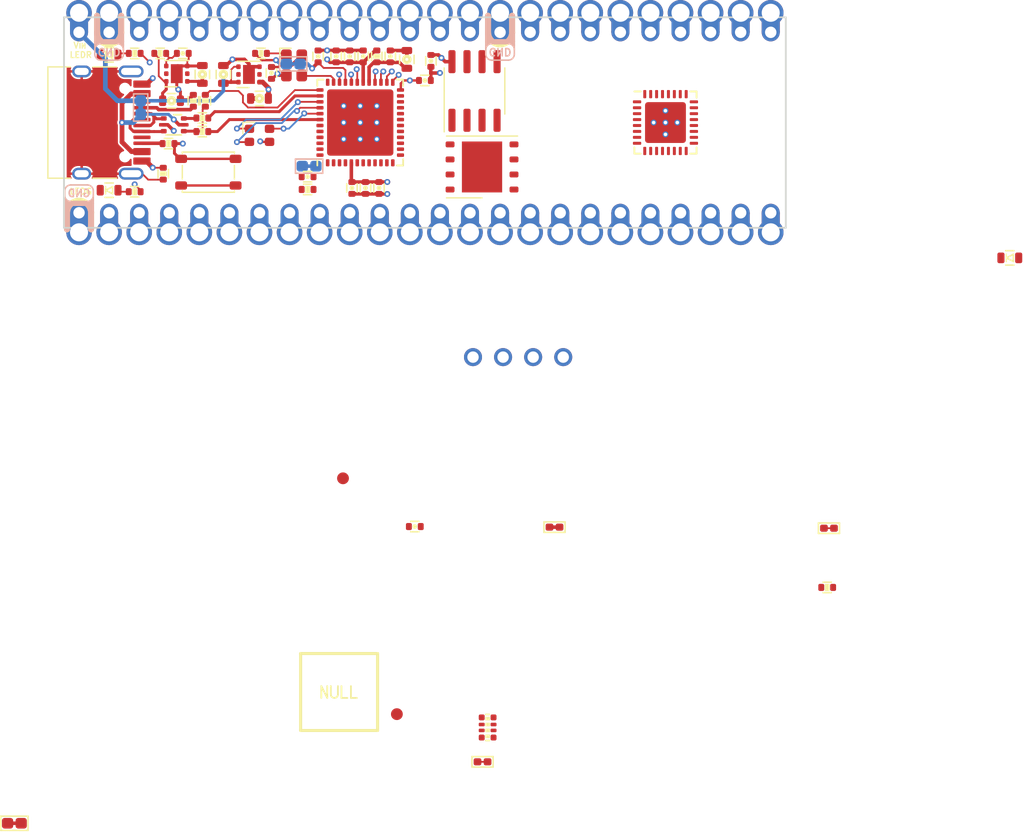
<source format=kicad_pcb>
(kicad_pcb (version 20171130) (host pcbnew 5.1.9)
  (title_block (title "iCEBreaker Boa") (date 2021-02-16) (rev v0.1a) (company 1BitSquared) (comment 1 "© 2018-2020 1BitSquared <info@1bitsquared.com>") (comment 2 "© 2018-2020 Piotr Esden-Tempski <piotr@esden.net>") (comment 3 "© 2020 Jordi Pakey-Rodriguez <jordi@1bitsquared.com>") (comment 4 "License: CC BY-SA 4.0"))
  (layers (0 F.Cu signal) (1 In1.Cu signal) (2 In2.Cu signal) (31 B.Cu signal) (34 B.Paste user) (35 F.Paste user) (36 B.SilkS user hide) (37 F.SilkS user) (38 B.Mask user) (39 F.Mask user) (44 Edge.Cuts user))
  (net 0 "")
  (net 1 GND)
  (net 2 /3V3_EN)
  (net 3 VIN)
  (net 4 +3V3)
  (net 5 +1V2)
  (net 6 /FPGA/VCCPLL)
  (net 7 /FPGA/VPP_2V5)
  (net 8 /IOT_36b-~LEDR)
  (net 9 "Net-(D1-PadA)")
  (net 10 /IOB_13b-~LEDG)
  (net 11 "Net-(D2-PadA)")
  (net 12 /CDONE)
  (net 13 /~RGB0)
  (net 14 /~RGB2)
  (net 15 /~RGB1)
  (net 16 VBUS)
  (net 17 /SBU2)
  (net 18 /CC1)
  (net 19 /xD-)
  (net 20 /xD+)
  (net 21 /SBU1)
  (net 22 /CC2)
  (net 23 /SHIELD)
  (net 24 /RAM_~CS)
  (net 25 /SPI_~CS)
  (net 26 /FLASH_~CS)
  (net 27 /SPI_SCK)
  (net 28 /SPI_MISO-IO1)
  (net 29 /SPI_MOSI-IO0)
  (net 30 /SPI_~HLD~-IO3)
  (net 31 /SPI_~WP~-IO2)
  (net 32 /iD-)
  (net 33 /USB_N)
  (net 34 /iD+)
  (net 35 /USB_P)
  (net 36 /USB_DET)
  (net 37 /CLK_EN)
  (net 38 /VCCIO_2)
  (net 39 /~BTN)
  (net 40 "Net-(U2-Pad5)")
  (net 41 "Net-(U2-Pad2)")
  (net 42 "Net-(U3-Pad5)")
  (net 43 "Net-(U3-Pad2)")
  (net 44 "Net-(U7-Pad30)")
  (net 45 "Net-(U7-Pad29)")
  (net 46 "Net-(U7-Pad28)")
  (net 47 "Net-(U7-Pad27)")
  (net 48 "Net-(U7-Pad26)")
  (net 49 "Net-(U7-Pad25)")
  (net 50 "Net-(U7-Pad24)")
  (net 51 "Net-(U7-Pad23)")
  (net 52 "Net-(U7-Pad22)")
  (net 53 "Net-(U7-Pad21)")
  (net 54 "Net-(U7-Pad20)")
  (net 55 "Net-(U7-Pad19)")
  (net 56 "Net-(U7-Pad16)")
  (net 57 "Net-(U7-Pad15)")
  (net 58 "Net-(U7-Pad14)")
  (net 59 "Net-(U7-Pad13)")
  (net 60 "Net-(U7-Pad12)")
  (net 61 "Net-(U7-Pad10)")
  (net 62 "Net-(U7-Pad9)")
  (net 63 "Net-(U7-Pad8)")
  (net 64 "Net-(U7-Pad7)")
  (net 65 "Net-(U7-Pad6)")
  (net 66 "Net-(U7-Pad5)")
  (net 67 "Net-(U7-Pad4)")
  (net 68 "Net-(U7-Pad1)")
  (net 69 /CLK)
  (net 70 /AREF)
  (net 71 /VCCIO_0)
  (net 72 /~CRESET)
  (net 73 /IOB_9b)
  (net 74 /IOB_8a)
  (net 75 /IOB_16a)
  (net 76 /IOB_18a)
  (net 77 /IOB_20a)
  (net 78 /IOB_22a)
  (net 79 /IOB_24a)
  (net 80 /IOB_25b_G3)
  (net 81 /IOB_23b)
  (net 82 /IOT_37a)
  (net 83 /IOT_39a)
  (net 84 /IOT_38b)
  (net 85 /IOT_41a)
  (net 86 /IOT_42b)
  (net 87 /IOT_43a)
  (net 88 /IOT_44b)
  (net 89 /IOT_48b)
  (net 90 /IOT_49a)
  (net 91 /IOB_3b_G6)
  (net 92 /IOB_5b)
  (net 93 /IOB_0a)
  (net 94 /IOB_2a)
  (net 95 /IOB_4a)
  (net 96 "Net-(P2-Pad1)")
  (net 97 "Net-(P3-Pad1)")
  (net 98 "Net-(P5-Pad1)")
  (net 99 "Net-(P6-Pad1)")
  (net 100 "Net-(P7-Pad1)")
  (net 101 "Net-(P8-Pad1)")
  (net 102 "Net-(P9-Pad1)")
  (net 103 "Net-(P10-Pad1)")
  (net 104 "Net-(P11-Pad1)")
  (net 105 "Net-(P12-Pad1)")
  (net 106 "Net-(P13-Pad1)")
  (net 107 "Net-(P14-Pad1)")
  (net 108 "Net-(P16-Pad1)")
  (net 109 "Net-(P17-Pad1)")
  (net 110 "Net-(P18-Pad1)")
  (net 111 "Net-(P19-Pad1)")
  (net 112 "Net-(P20-Pad1)")
  (net 113 "Net-(P21-Pad1)")
  (net 114 "Net-(P22-Pad1)")
  (net 115 "Net-(P23-Pad1)")
  (net 116 "Net-(P24-Pad1)")
  (net 117 "Net-(P25-Pad1)")
  (net 118 "Net-(P26-Pad1)")
  (net 119 "Net-(P27-Pad1)")
  (net 120 "Net-(P28-Pad1)")
  (net 121 "Net-(P29-Pad1)")
  (net 122 "Net-(P30-Pad1)")
  (net 123 "Net-(P31-Pad1)")
  (net 124 "Net-(P32-Pad1)")
  (net 125 "Net-(P33-Pad1)")
  (net 126 "Net-(P34-Pad1)")
  (net 127 "Net-(P35-Pad1)")
  (net 128 "Net-(P42-Pad1)")
  (net 129 "Net-(P43-Pad1)")
  (net 130 "Net-(P44-Pad1)")
  (net 131 "Net-(P45-Pad1)")
  (net 132 "Net-(P47-Pad1)")
  (net 133 "Net-(P48-Pad1)")
  (net 134 "Net-(P49-Pad1)")
  (net 135 "Net-(P51-Pad1)")
  (net 136 "Net-(P52-Pad1)")
  (net 137 "Net-(P54-Pad1)")
  (module pkl_logos:null_Logo_SilkS_6.5mm (layer F.Cu) (at 57.524001 98.897001)
    (fp_text reference LOGO1)
    (fp_text value 1BitSquared)
  )
  (module pkl_connectors:USB_C_Receptacle_HRO_TYPE-C-31-M-12 (layer F.Cu) (at 36.83 50.8 270)
    (fp_text reference J1)
    (fp_text value USB_C)
    (pad B1 smd roundrect (at 3.25 -4.045 270) (size 0.6 1.45) (layers F.Cu F.Paste F.Mask) (roundrect_rratio 0.125) (net 1 GND))
    (pad A9 smd roundrect (at 2.45 -4.045 270) (size 0.6 1.45) (layers F.Cu F.Paste F.Mask) (roundrect_rratio 0.125) (net 16 VBUS))
    (pad B9 smd roundrect (at -2.45 -4.045 270) (size 0.6 1.45) (layers F.Cu F.Paste F.Mask) (roundrect_rratio 0.125) (net 16 VBUS))
    (pad B12 smd roundrect (at -3.25 -4.045 270) (size 0.6 1.45) (layers F.Cu F.Paste F.Mask) (roundrect_rratio 0.125) (net 1 GND))
    (pad A1 smd roundrect (at -3.25 -4.045 270) (size 0.6 1.45) (layers F.Cu F.Paste F.Mask) (roundrect_rratio 0.125) (net 1 GND))
    (pad A4 smd roundrect (at -2.45 -4.045 270) (size 0.6 1.45) (layers F.Cu F.Paste F.Mask) (roundrect_rratio 0.125) (net 16 VBUS))
    (pad B4 smd roundrect (at 2.45 -4.045 270) (size 0.6 1.45) (layers F.Cu F.Paste F.Mask) (roundrect_rratio 0.125) (net 16 VBUS))
    (pad A12 smd roundrect (at 3.25 -4.045 270) (size 0.6 1.45) (layers F.Cu F.Paste F.Mask) (roundrect_rratio 0.125) (net 1 GND))
    (pad B8 smd roundrect (at -1.75 -4.045 270) (size 0.3 1.45) (layers F.Cu F.Paste F.Mask) (net 17 /SBU2))
    (pad A5 smd roundrect (at -1.25 -4.045 270) (size 0.3 1.45) (layers F.Cu F.Paste F.Mask) (net 18 /CC1))
    (pad B7 smd roundrect (at -0.75 -4.045 270) (size 0.3 1.45) (layers F.Cu F.Paste F.Mask) (net 19 /xD-))
    (pad A7 smd roundrect (at 0.25 -4.045 270) (size 0.3 1.45) (layers F.Cu F.Paste F.Mask) (net 19 /xD-))
    (pad B6 smd roundrect (at 0.75 -4.045 270) (size 0.3 1.45) (layers F.Cu F.Paste F.Mask) (net 20 /xD+))
    (pad A8 smd roundrect (at 1.25 -4.045 270) (size 0.3 1.45) (layers F.Cu F.Paste F.Mask) (net 21 /SBU1))
    (pad B5 smd roundrect (at 1.75 -4.045 270) (size 0.3 1.45) (layers F.Cu F.Paste F.Mask) (net 22 /CC2))
    (pad A6 smd roundrect (at -0.25 -4.045 270) (size 0.3 1.45) (layers F.Cu F.Paste F.Mask) (net 20 /xD+))
    (pad S1 thru_hole oval (at 4.32 -3.13 270) (size 1 2.1) (drill oval 0.6 1.7) (layers *.Cu *.Mask F.Paste) (net 23 /SHIELD))
    (pad S1 thru_hole oval (at -4.32 -3.13 270) (size 1 2.1) (drill oval 0.6 1.7) (layers *.Cu *.Mask F.Paste) (net 23 /SHIELD))
    (pad "" np_thru_hole circle (at -2.89 -2.6 270) (size 0.65 0.65) (drill 0.65) (layers *.Cu *.Mask))
    (pad S1 thru_hole oval (at -4.32 1.05 270) (size 1 1.6) (drill oval 0.6 1.2) (layers *.Cu *.Mask F.Paste) (net 23 /SHIELD))
    (pad "" np_thru_hole circle (at 2.89 -2.6 270) (size 0.65 0.65) (drill 0.65) (layers *.Cu *.Mask))
    (pad S1 thru_hole oval (at 4.32 1.05 270) (size 1 1.6) (drill oval 0.6 1.2) (layers *.Cu *.Mask F.Paste) (net 23 /SHIELD))
  )
  (module pkl_pin_headers:Pin_Header_Straight_Round_1x01_Castellated (layer F.Cu) (at 55.88 43.18 180)
    (fp_text reference P54 hide)
    (fp_text value ? hide)
    (pad 1 smd rect (at 0 0.635 180) (size 1.524 1.27) (layers B.Cu B.Mask) (net 137 "Net-(P54-Pad1)"))
    (pad 1 smd rect (at 0 0.635 180) (size 1.524 1.27) (layers F.Cu F.Mask) (net 137 "Net-(P54-Pad1)"))
    (pad 1 thru_hole circle (at 0 1.651 180) (size 2.159 2.159) (drill 1.524) (layers *.Cu *.Mask) (net 137 "Net-(P54-Pad1)"))
    (pad 1 thru_hole circle (at 0 0 180) (size 1.524 1.524) (drill 0.9652) (layers *.Cu *.Mask) (net 137 "Net-(P54-Pad1)"))
  )
  (module pkl_pin_headers:Pin_Header_Straight_Round_1x01_Castellated (layer F.Cu) (at 38.1 43.18 180)
    (fp_text reference P53 hide)
    (fp_text value ? hide)
    (pad 1 smd rect (at 0 0.635 180) (size 1.524 1.27) (layers B.Cu B.Mask) (net 1 GND))
    (pad 1 smd rect (at 0 0.635 180) (size 1.524 1.27) (layers F.Cu F.Mask) (net 1 GND))
    (pad 1 thru_hole circle (at 0 1.651 180) (size 2.159 2.159) (drill 1.524) (layers *.Cu *.Mask) (net 1 GND))
    (pad 1 thru_hole circle (at 0 0 180) (size 1.524 1.524) (drill 0.9652) (layers *.Cu *.Mask) (net 1 GND))
  )
  (module pkl_pin_headers:Pin_Header_Straight_Round_1x01_Castellated (layer F.Cu) (at 40.64 58.42)
    (fp_text reference P52 hide)
    (fp_text value ? hide)
    (pad 1 smd rect (at 0 0.635) (size 1.524 1.27) (layers B.Cu B.Mask) (net 136 "Net-(P52-Pad1)"))
    (pad 1 smd rect (at 0 0.635) (size 1.524 1.27) (layers F.Cu F.Mask) (net 136 "Net-(P52-Pad1)"))
    (pad 1 thru_hole circle (at 0 1.651) (size 2.159 2.159) (drill 1.524) (layers *.Cu *.Mask) (net 136 "Net-(P52-Pad1)"))
    (pad 1 thru_hole circle (at 0 0) (size 1.524 1.524) (drill 0.9652) (layers *.Cu *.Mask) (net 136 "Net-(P52-Pad1)"))
  )
  (module pkl_pin_headers:Pin_Header_Straight_Round_1x01_Castellated (layer F.Cu) (at 76.2 58.42)
    (fp_text reference P51 hide)
    (fp_text value ? hide)
    (pad 1 smd rect (at 0 0.635) (size 1.524 1.27) (layers B.Cu B.Mask) (net 135 "Net-(P51-Pad1)"))
    (pad 1 smd rect (at 0 0.635) (size 1.524 1.27) (layers F.Cu F.Mask) (net 135 "Net-(P51-Pad1)"))
    (pad 1 thru_hole circle (at 0 1.651) (size 2.159 2.159) (drill 1.524) (layers *.Cu *.Mask) (net 135 "Net-(P51-Pad1)"))
    (pad 1 thru_hole circle (at 0 0) (size 1.524 1.524) (drill 0.9652) (layers *.Cu *.Mask) (net 135 "Net-(P51-Pad1)"))
  )
  (module pkl_pin_headers:Pin_Header_Straight_Round_1x01_Castellated (layer F.Cu) (at 40.64 43.18 180)
    (fp_text reference P50 hide)
    (fp_text value ? hide)
    (pad 1 smd rect (at 0 0.635 180) (size 1.524 1.27) (layers B.Cu B.Mask) (net 4 +3V3))
    (pad 1 smd rect (at 0 0.635 180) (size 1.524 1.27) (layers F.Cu F.Mask) (net 4 +3V3))
    (pad 1 thru_hole circle (at 0 1.651 180) (size 2.159 2.159) (drill 1.524) (layers *.Cu *.Mask) (net 4 +3V3))
    (pad 1 thru_hole circle (at 0 0 180) (size 1.524 1.524) (drill 0.9652) (layers *.Cu *.Mask) (net 4 +3V3))
  )
  (module pkl_pin_headers:Pin_Header_Straight_Round_1x01_Castellated (layer F.Cu) (at 43.18 58.42)
    (fp_text reference P49 hide)
    (fp_text value ? hide)
    (pad 1 smd rect (at 0 0.635) (size 1.524 1.27) (layers B.Cu B.Mask) (net 134 "Net-(P49-Pad1)"))
    (pad 1 smd rect (at 0 0.635) (size 1.524 1.27) (layers F.Cu F.Mask) (net 134 "Net-(P49-Pad1)"))
    (pad 1 thru_hole circle (at 0 1.651) (size 2.159 2.159) (drill 1.524) (layers *.Cu *.Mask) (net 134 "Net-(P49-Pad1)"))
    (pad 1 thru_hole circle (at 0 0) (size 1.524 1.524) (drill 0.9652) (layers *.Cu *.Mask) (net 134 "Net-(P49-Pad1)"))
  )
  (module pkl_pin_headers:Pin_Header_Straight_Round_1x01_Castellated (layer F.Cu) (at 63.5 43.18 180)
    (fp_text reference P48 hide)
    (fp_text value ? hide)
    (pad 1 smd rect (at 0 0.635 180) (size 1.524 1.27) (layers B.Cu B.Mask) (net 133 "Net-(P48-Pad1)"))
    (pad 1 smd rect (at 0 0.635 180) (size 1.524 1.27) (layers F.Cu F.Mask) (net 133 "Net-(P48-Pad1)"))
    (pad 1 thru_hole circle (at 0 1.651 180) (size 2.159 2.159) (drill 1.524) (layers *.Cu *.Mask) (net 133 "Net-(P48-Pad1)"))
    (pad 1 thru_hole circle (at 0 0 180) (size 1.524 1.524) (drill 0.9652) (layers *.Cu *.Mask) (net 133 "Net-(P48-Pad1)"))
  )
  (module pkl_pin_headers:Pin_Header_Straight_Round_1x01_Castellated (layer F.Cu) (at 45.72 58.42)
    (fp_text reference P47 hide)
    (fp_text value ? hide)
    (pad 1 smd rect (at 0 0.635) (size 1.524 1.27) (layers B.Cu B.Mask) (net 132 "Net-(P47-Pad1)"))
    (pad 1 smd rect (at 0 0.635) (size 1.524 1.27) (layers F.Cu F.Mask) (net 132 "Net-(P47-Pad1)"))
    (pad 1 thru_hole circle (at 0 1.651) (size 2.159 2.159) (drill 1.524) (layers *.Cu *.Mask) (net 132 "Net-(P47-Pad1)"))
    (pad 1 thru_hole circle (at 0 0) (size 1.524 1.524) (drill 0.9652) (layers *.Cu *.Mask) (net 132 "Net-(P47-Pad1)"))
  )
  (module pkl_pin_headers:Pin_Header_Straight_Round_1x01_Castellated (layer F.Cu) (at 71.12 43.18 180)
    (fp_text reference P46 hide)
    (fp_text value ? hide)
    (pad 1 smd rect (at 0 0.635 180) (size 1.524 1.27) (layers B.Cu B.Mask) (net 1 GND))
    (pad 1 smd rect (at 0 0.635 180) (size 1.524 1.27) (layers F.Cu F.Mask) (net 1 GND))
    (pad 1 thru_hole circle (at 0 1.651 180) (size 2.159 2.159) (drill 1.524) (layers *.Cu *.Mask) (net 1 GND))
    (pad 1 thru_hole circle (at 0 0 180) (size 1.524 1.524) (drill 0.9652) (layers *.Cu *.Mask) (net 1 GND))
  )
  (module pkl_pin_headers:Pin_Header_Straight_Round_1x01_Castellated (layer F.Cu) (at 48.26 58.42)
    (fp_text reference P45 hide)
    (fp_text value ? hide)
    (pad 1 smd rect (at 0 0.635) (size 1.524 1.27) (layers B.Cu B.Mask) (net 131 "Net-(P45-Pad1)"))
    (pad 1 smd rect (at 0 0.635) (size 1.524 1.27) (layers F.Cu F.Mask) (net 131 "Net-(P45-Pad1)"))
    (pad 1 thru_hole circle (at 0 1.651) (size 2.159 2.159) (drill 1.524) (layers *.Cu *.Mask) (net 131 "Net-(P45-Pad1)"))
    (pad 1 thru_hole circle (at 0 0) (size 1.524 1.524) (drill 0.9652) (layers *.Cu *.Mask) (net 131 "Net-(P45-Pad1)"))
  )
  (module pkl_pin_headers:Pin_Header_Straight_Round_1x01_Castellated (layer F.Cu) (at 60.96 58.42)
    (fp_text reference P44 hide)
    (fp_text value ? hide)
    (pad 1 smd rect (at 0 0.635) (size 1.524 1.27) (layers B.Cu B.Mask) (net 130 "Net-(P44-Pad1)"))
    (pad 1 smd rect (at 0 0.635) (size 1.524 1.27) (layers F.Cu F.Mask) (net 130 "Net-(P44-Pad1)"))
    (pad 1 thru_hole circle (at 0 1.651) (size 2.159 2.159) (drill 1.524) (layers *.Cu *.Mask) (net 130 "Net-(P44-Pad1)"))
    (pad 1 thru_hole circle (at 0 0) (size 1.524 1.524) (drill 0.9652) (layers *.Cu *.Mask) (net 130 "Net-(P44-Pad1)"))
  )
  (module pkl_pin_headers:Pin_Header_Straight_Round_1x01_Castellated (layer F.Cu) (at 43.18 43.18 180)
    (fp_text reference P43 hide)
    (fp_text value ? hide)
    (pad 1 smd rect (at 0 0.635 180) (size 1.524 1.27) (layers B.Cu B.Mask) (net 129 "Net-(P43-Pad1)"))
    (pad 1 smd rect (at 0 0.635 180) (size 1.524 1.27) (layers F.Cu F.Mask) (net 129 "Net-(P43-Pad1)"))
    (pad 1 thru_hole circle (at 0 1.651 180) (size 2.159 2.159) (drill 1.524) (layers *.Cu *.Mask) (net 129 "Net-(P43-Pad1)"))
    (pad 1 thru_hole circle (at 0 0 180) (size 1.524 1.524) (drill 0.9652) (layers *.Cu *.Mask) (net 129 "Net-(P43-Pad1)"))
  )
  (module pkl_pin_headers:Pin_Header_Straight_Round_1x01_Castellated (layer F.Cu) (at 73.66 43.18 180)
    (fp_text reference P42 hide)
    (fp_text value ? hide)
    (pad 1 smd rect (at 0 0.635 180) (size 1.524 1.27) (layers B.Cu B.Mask) (net 128 "Net-(P42-Pad1)"))
    (pad 1 smd rect (at 0 0.635 180) (size 1.524 1.27) (layers F.Cu F.Mask) (net 128 "Net-(P42-Pad1)"))
    (pad 1 thru_hole circle (at 0 1.651 180) (size 2.159 2.159) (drill 1.524) (layers *.Cu *.Mask) (net 128 "Net-(P42-Pad1)"))
    (pad 1 thru_hole circle (at 0 0 180) (size 1.524 1.524) (drill 0.9652) (layers *.Cu *.Mask) (net 128 "Net-(P42-Pad1)"))
  )
  (module pkl_pin_headers:Pin_Header_Straight_Round_1x01_Castellated (layer F.Cu) (at 50.8 58.42)
    (fp_text reference P35 hide)
    (fp_text value ? hide)
    (pad 1 smd rect (at 0 0.635) (size 1.524 1.27) (layers B.Cu B.Mask) (net 127 "Net-(P35-Pad1)"))
    (pad 1 smd rect (at 0 0.635) (size 1.524 1.27) (layers F.Cu F.Mask) (net 127 "Net-(P35-Pad1)"))
    (pad 1 thru_hole circle (at 0 1.651) (size 2.159 2.159) (drill 1.524) (layers *.Cu *.Mask) (net 127 "Net-(P35-Pad1)"))
    (pad 1 thru_hole circle (at 0 0) (size 1.524 1.524) (drill 0.9652) (layers *.Cu *.Mask) (net 127 "Net-(P35-Pad1)"))
  )
  (module pkl_pin_headers:Pin_Header_Straight_Round_1x01_Castellated (layer F.Cu) (at 78.74 58.42)
    (fp_text reference P34 hide)
    (fp_text value ? hide)
    (pad 1 smd rect (at 0 0.635) (size 1.524 1.27) (layers B.Cu B.Mask) (net 126 "Net-(P34-Pad1)"))
    (pad 1 smd rect (at 0 0.635) (size 1.524 1.27) (layers F.Cu F.Mask) (net 126 "Net-(P34-Pad1)"))
    (pad 1 thru_hole circle (at 0 1.651) (size 2.159 2.159) (drill 1.524) (layers *.Cu *.Mask) (net 126 "Net-(P34-Pad1)"))
    (pad 1 thru_hole circle (at 0 0) (size 1.524 1.524) (drill 0.9652) (layers *.Cu *.Mask) (net 126 "Net-(P34-Pad1)"))
  )
  (module pkl_pin_headers:Pin_Header_Straight_Round_1x01_Castellated (layer F.Cu) (at 53.34 58.42)
    (fp_text reference P33 hide)
    (fp_text value ? hide)
    (pad 1 smd rect (at 0 0.635) (size 1.524 1.27) (layers B.Cu B.Mask) (net 125 "Net-(P33-Pad1)"))
    (pad 1 smd rect (at 0 0.635) (size 1.524 1.27) (layers F.Cu F.Mask) (net 125 "Net-(P33-Pad1)"))
    (pad 1 thru_hole circle (at 0 1.651) (size 2.159 2.159) (drill 1.524) (layers *.Cu *.Mask) (net 125 "Net-(P33-Pad1)"))
    (pad 1 thru_hole circle (at 0 0) (size 1.524 1.524) (drill 0.9652) (layers *.Cu *.Mask) (net 125 "Net-(P33-Pad1)"))
  )
  (module pkl_pin_headers:Pin_Header_Straight_Round_1x01_Castellated (layer F.Cu) (at 81.28 58.42)
    (fp_text reference P32 hide)
    (fp_text value ? hide)
    (pad 1 smd rect (at 0 0.635) (size 1.524 1.27) (layers B.Cu B.Mask) (net 124 "Net-(P32-Pad1)"))
    (pad 1 smd rect (at 0 0.635) (size 1.524 1.27) (layers F.Cu F.Mask) (net 124 "Net-(P32-Pad1)"))
    (pad 1 thru_hole circle (at 0 1.651) (size 2.159 2.159) (drill 1.524) (layers *.Cu *.Mask) (net 124 "Net-(P32-Pad1)"))
    (pad 1 thru_hole circle (at 0 0) (size 1.524 1.524) (drill 0.9652) (layers *.Cu *.Mask) (net 124 "Net-(P32-Pad1)"))
  )
  (module pkl_pin_headers:Pin_Header_Straight_Round_1x01_Castellated (layer F.Cu) (at 76.2 43.18 180)
    (fp_text reference P31 hide)
    (fp_text value ? hide)
    (pad 1 smd rect (at 0 0.635 180) (size 1.524 1.27) (layers B.Cu B.Mask) (net 123 "Net-(P31-Pad1)"))
    (pad 1 smd rect (at 0 0.635 180) (size 1.524 1.27) (layers F.Cu F.Mask) (net 123 "Net-(P31-Pad1)"))
    (pad 1 thru_hole circle (at 0 1.651 180) (size 2.159 2.159) (drill 1.524) (layers *.Cu *.Mask) (net 123 "Net-(P31-Pad1)"))
    (pad 1 thru_hole circle (at 0 0 180) (size 1.524 1.524) (drill 0.9652) (layers *.Cu *.Mask) (net 123 "Net-(P31-Pad1)"))
  )
  (module pkl_pin_headers:Pin_Header_Straight_Round_1x01_Castellated (layer F.Cu) (at 83.82 58.42)
    (fp_text reference P30 hide)
    (fp_text value ? hide)
    (pad 1 smd rect (at 0 0.635) (size 1.524 1.27) (layers B.Cu B.Mask) (net 122 "Net-(P30-Pad1)"))
    (pad 1 smd rect (at 0 0.635) (size 1.524 1.27) (layers F.Cu F.Mask) (net 122 "Net-(P30-Pad1)"))
    (pad 1 thru_hole circle (at 0 1.651) (size 2.159 2.159) (drill 1.524) (layers *.Cu *.Mask) (net 122 "Net-(P30-Pad1)"))
    (pad 1 thru_hole circle (at 0 0) (size 1.524 1.524) (drill 0.9652) (layers *.Cu *.Mask) (net 122 "Net-(P30-Pad1)"))
  )
  (module pkl_pin_headers:Pin_Header_Straight_Round_1x01_Castellated (layer F.Cu) (at 55.88 58.42)
    (fp_text reference P29 hide)
    (fp_text value ? hide)
    (pad 1 smd rect (at 0 0.635) (size 1.524 1.27) (layers B.Cu B.Mask) (net 121 "Net-(P29-Pad1)"))
    (pad 1 smd rect (at 0 0.635) (size 1.524 1.27) (layers F.Cu F.Mask) (net 121 "Net-(P29-Pad1)"))
    (pad 1 thru_hole circle (at 0 1.651) (size 2.159 2.159) (drill 1.524) (layers *.Cu *.Mask) (net 121 "Net-(P29-Pad1)"))
    (pad 1 thru_hole circle (at 0 0) (size 1.524 1.524) (drill 0.9652) (layers *.Cu *.Mask) (net 121 "Net-(P29-Pad1)"))
  )
  (module pkl_pin_headers:Pin_Header_Straight_Round_1x01_Castellated (layer F.Cu) (at 63.5 58.42)
    (fp_text reference P28 hide)
    (fp_text value ? hide)
    (pad 1 smd rect (at 0 0.635) (size 1.524 1.27) (layers B.Cu B.Mask) (net 120 "Net-(P28-Pad1)"))
    (pad 1 smd rect (at 0 0.635) (size 1.524 1.27) (layers F.Cu F.Mask) (net 120 "Net-(P28-Pad1)"))
    (pad 1 thru_hole circle (at 0 1.651) (size 2.159 2.159) (drill 1.524) (layers *.Cu *.Mask) (net 120 "Net-(P28-Pad1)"))
    (pad 1 thru_hole circle (at 0 0) (size 1.524 1.524) (drill 0.9652) (layers *.Cu *.Mask) (net 120 "Net-(P28-Pad1)"))
  )
  (module pkl_pin_headers:Pin_Header_Straight_Round_1x01_Castellated (layer F.Cu) (at 45.72 43.18 180)
    (fp_text reference P27 hide)
    (fp_text value ? hide)
    (pad 1 smd rect (at 0 0.635 180) (size 1.524 1.27) (layers B.Cu B.Mask) (net 119 "Net-(P27-Pad1)"))
    (pad 1 smd rect (at 0 0.635 180) (size 1.524 1.27) (layers F.Cu F.Mask) (net 119 "Net-(P27-Pad1)"))
    (pad 1 thru_hole circle (at 0 1.651 180) (size 2.159 2.159) (drill 1.524) (layers *.Cu *.Mask) (net 119 "Net-(P27-Pad1)"))
    (pad 1 thru_hole circle (at 0 0 180) (size 1.524 1.524) (drill 0.9652) (layers *.Cu *.Mask) (net 119 "Net-(P27-Pad1)"))
  )
  (module pkl_pin_headers:Pin_Header_Straight_Round_1x01_Castellated (layer F.Cu) (at 66.04 58.42)
    (fp_text reference P26 hide)
    (fp_text value ? hide)
    (pad 1 smd rect (at 0 0.635) (size 1.524 1.27) (layers B.Cu B.Mask) (net 118 "Net-(P26-Pad1)"))
    (pad 1 smd rect (at 0 0.635) (size 1.524 1.27) (layers F.Cu F.Mask) (net 118 "Net-(P26-Pad1)"))
    (pad 1 thru_hole circle (at 0 1.651) (size 2.159 2.159) (drill 1.524) (layers *.Cu *.Mask) (net 118 "Net-(P26-Pad1)"))
    (pad 1 thru_hole circle (at 0 0) (size 1.524 1.524) (drill 0.9652) (layers *.Cu *.Mask) (net 118 "Net-(P26-Pad1)"))
  )
  (module pkl_pin_headers:Pin_Header_Straight_Round_1x01_Castellated (layer F.Cu) (at 48.26 43.18 180)
    (fp_text reference P25 hide)
    (fp_text value ? hide)
    (pad 1 smd rect (at 0 0.635 180) (size 1.524 1.27) (layers B.Cu B.Mask) (net 117 "Net-(P25-Pad1)"))
    (pad 1 smd rect (at 0 0.635 180) (size 1.524 1.27) (layers F.Cu F.Mask) (net 117 "Net-(P25-Pad1)"))
    (pad 1 thru_hole circle (at 0 1.651 180) (size 2.159 2.159) (drill 1.524) (layers *.Cu *.Mask) (net 117 "Net-(P25-Pad1)"))
    (pad 1 thru_hole circle (at 0 0 180) (size 1.524 1.524) (drill 0.9652) (layers *.Cu *.Mask) (net 117 "Net-(P25-Pad1)"))
  )
  (module pkl_pin_headers:Pin_Header_Straight_Round_1x01_Castellated (layer F.Cu) (at 58.42 58.42)
    (fp_text reference P24 hide)
    (fp_text value ? hide)
    (pad 1 smd rect (at 0 0.635) (size 1.524 1.27) (layers B.Cu B.Mask) (net 116 "Net-(P24-Pad1)"))
    (pad 1 smd rect (at 0 0.635) (size 1.524 1.27) (layers F.Cu F.Mask) (net 116 "Net-(P24-Pad1)"))
    (pad 1 thru_hole circle (at 0 1.651) (size 2.159 2.159) (drill 1.524) (layers *.Cu *.Mask) (net 116 "Net-(P24-Pad1)"))
    (pad 1 thru_hole circle (at 0 0) (size 1.524 1.524) (drill 0.9652) (layers *.Cu *.Mask) (net 116 "Net-(P24-Pad1)"))
  )
  (module pkl_pin_headers:Pin_Header_Straight_Round_1x01_Castellated (layer F.Cu) (at 68.58 58.42)
    (fp_text reference P23 hide)
    (fp_text value ? hide)
    (pad 1 smd rect (at 0 0.635) (size 1.524 1.27) (layers B.Cu B.Mask) (net 115 "Net-(P23-Pad1)"))
    (pad 1 smd rect (at 0 0.635) (size 1.524 1.27) (layers F.Cu F.Mask) (net 115 "Net-(P23-Pad1)"))
    (pad 1 thru_hole circle (at 0 1.651) (size 2.159 2.159) (drill 1.524) (layers *.Cu *.Mask) (net 115 "Net-(P23-Pad1)"))
    (pad 1 thru_hole circle (at 0 0) (size 1.524 1.524) (drill 0.9652) (layers *.Cu *.Mask) (net 115 "Net-(P23-Pad1)"))
  )
  (module pkl_pin_headers:Pin_Header_Straight_Round_1x01_Castellated (layer F.Cu) (at 86.36 58.42)
    (fp_text reference P22 hide)
    (fp_text value ? hide)
    (pad 1 smd rect (at 0 0.635) (size 1.524 1.27) (layers B.Cu B.Mask) (net 114 "Net-(P22-Pad1)"))
    (pad 1 smd rect (at 0 0.635) (size 1.524 1.27) (layers F.Cu F.Mask) (net 114 "Net-(P22-Pad1)"))
    (pad 1 thru_hole circle (at 0 1.651) (size 2.159 2.159) (drill 1.524) (layers *.Cu *.Mask) (net 114 "Net-(P22-Pad1)"))
    (pad 1 thru_hole circle (at 0 0) (size 1.524 1.524) (drill 0.9652) (layers *.Cu *.Mask) (net 114 "Net-(P22-Pad1)"))
  )
  (module pkl_pin_headers:Pin_Header_Straight_Round_1x01_Castellated (layer F.Cu) (at 88.9 58.42)
    (fp_text reference P21 hide)
    (fp_text value ? hide)
    (pad 1 smd rect (at 0 0.635) (size 1.524 1.27) (layers B.Cu B.Mask) (net 113 "Net-(P21-Pad1)"))
    (pad 1 smd rect (at 0 0.635) (size 1.524 1.27) (layers F.Cu F.Mask) (net 113 "Net-(P21-Pad1)"))
    (pad 1 thru_hole circle (at 0 1.651) (size 2.159 2.159) (drill 1.524) (layers *.Cu *.Mask) (net 113 "Net-(P21-Pad1)"))
    (pad 1 thru_hole circle (at 0 0) (size 1.524 1.524) (drill 0.9652) (layers *.Cu *.Mask) (net 113 "Net-(P21-Pad1)"))
  )
  (module pkl_pin_headers:Pin_Header_Straight_Round_1x01_Castellated (layer F.Cu) (at 50.8 43.18 180)
    (fp_text reference P20 hide)
    (fp_text value ? hide)
    (pad 1 smd rect (at 0 0.635 180) (size 1.524 1.27) (layers B.Cu B.Mask) (net 112 "Net-(P20-Pad1)"))
    (pad 1 smd rect (at 0 0.635 180) (size 1.524 1.27) (layers F.Cu F.Mask) (net 112 "Net-(P20-Pad1)"))
    (pad 1 thru_hole circle (at 0 1.651 180) (size 2.159 2.159) (drill 1.524) (layers *.Cu *.Mask) (net 112 "Net-(P20-Pad1)"))
    (pad 1 thru_hole circle (at 0 0 180) (size 1.524 1.524) (drill 0.9652) (layers *.Cu *.Mask) (net 112 "Net-(P20-Pad1)"))
  )
  (module pkl_pin_headers:Pin_Header_Straight_Round_1x01_Castellated (layer F.Cu) (at 53.34 43.18 180)
    (fp_text reference P19 hide)
    (fp_text value ? hide)
    (pad 1 smd rect (at 0 0.635 180) (size 1.524 1.27) (layers B.Cu B.Mask) (net 111 "Net-(P19-Pad1)"))
    (pad 1 smd rect (at 0 0.635 180) (size 1.524 1.27) (layers F.Cu F.Mask) (net 111 "Net-(P19-Pad1)"))
    (pad 1 thru_hole circle (at 0 1.651 180) (size 2.159 2.159) (drill 1.524) (layers *.Cu *.Mask) (net 111 "Net-(P19-Pad1)"))
    (pad 1 thru_hole circle (at 0 0 180) (size 1.524 1.524) (drill 0.9652) (layers *.Cu *.Mask) (net 111 "Net-(P19-Pad1)"))
  )
  (module pkl_pin_headers:Pin_Header_Straight_Round_1x01_Castellated (layer F.Cu) (at 78.74 43.18 180)
    (fp_text reference P18 hide)
    (fp_text value ? hide)
    (pad 1 smd rect (at 0 0.635 180) (size 1.524 1.27) (layers B.Cu B.Mask) (net 110 "Net-(P18-Pad1)"))
    (pad 1 smd rect (at 0 0.635 180) (size 1.524 1.27) (layers F.Cu F.Mask) (net 110 "Net-(P18-Pad1)"))
    (pad 1 thru_hole circle (at 0 1.651 180) (size 2.159 2.159) (drill 1.524) (layers *.Cu *.Mask) (net 110 "Net-(P18-Pad1)"))
    (pad 1 thru_hole circle (at 0 0 180) (size 1.524 1.524) (drill 0.9652) (layers *.Cu *.Mask) (net 110 "Net-(P18-Pad1)"))
  )
  (module pkl_pin_headers:Pin_Header_Straight_Round_1x01_Castellated (layer F.Cu) (at 81.28 43.18 180)
    (fp_text reference P17 hide)
    (fp_text value ? hide)
    (pad 1 smd rect (at 0 0.635 180) (size 1.524 1.27) (layers B.Cu B.Mask) (net 109 "Net-(P17-Pad1)"))
    (pad 1 smd rect (at 0 0.635 180) (size 1.524 1.27) (layers F.Cu F.Mask) (net 109 "Net-(P17-Pad1)"))
    (pad 1 thru_hole circle (at 0 1.651 180) (size 2.159 2.159) (drill 1.524) (layers *.Cu *.Mask) (net 109 "Net-(P17-Pad1)"))
    (pad 1 thru_hole circle (at 0 0 180) (size 1.524 1.524) (drill 0.9652) (layers *.Cu *.Mask) (net 109 "Net-(P17-Pad1)"))
  )
  (module pkl_pin_headers:Pin_Header_Straight_Round_1x01_Castellated (layer F.Cu) (at 83.82 43.18 180)
    (fp_text reference P16 hide)
    (fp_text value ? hide)
    (pad 1 smd rect (at 0 0.635 180) (size 1.524 1.27) (layers B.Cu B.Mask) (net 108 "Net-(P16-Pad1)"))
    (pad 1 smd rect (at 0 0.635 180) (size 1.524 1.27) (layers F.Cu F.Mask) (net 108 "Net-(P16-Pad1)"))
    (pad 1 thru_hole circle (at 0 1.651 180) (size 2.159 2.159) (drill 1.524) (layers *.Cu *.Mask) (net 108 "Net-(P16-Pad1)"))
    (pad 1 thru_hole circle (at 0 0 180) (size 1.524 1.524) (drill 0.9652) (layers *.Cu *.Mask) (net 108 "Net-(P16-Pad1)"))
  )
  (module pkl_pin_headers:Pin_Header_Straight_Round_1x01_Castellated (layer F.Cu) (at 71.12 58.42)
    (fp_text reference P15 hide)
    (fp_text value ? hide)
    (pad 1 smd rect (at 0 0.635) (size 1.524 1.27) (layers B.Cu B.Mask) (net 4 +3V3))
    (pad 1 smd rect (at 0 0.635) (size 1.524 1.27) (layers F.Cu F.Mask) (net 4 +3V3))
    (pad 1 thru_hole circle (at 0 1.651) (size 2.159 2.159) (drill 1.524) (layers *.Cu *.Mask) (net 4 +3V3))
    (pad 1 thru_hole circle (at 0 0) (size 1.524 1.524) (drill 0.9652) (layers *.Cu *.Mask) (net 4 +3V3))
  )
  (module pkl_pin_headers:Pin_Header_Straight_Round_1x01_Castellated (layer F.Cu) (at 66.04 43.18 180)
    (fp_text reference P14 hide)
    (fp_text value ? hide)
    (pad 1 smd rect (at 0 0.635 180) (size 1.524 1.27) (layers B.Cu B.Mask) (net 107 "Net-(P14-Pad1)"))
    (pad 1 smd rect (at 0 0.635 180) (size 1.524 1.27) (layers F.Cu F.Mask) (net 107 "Net-(P14-Pad1)"))
    (pad 1 thru_hole circle (at 0 1.651 180) (size 2.159 2.159) (drill 1.524) (layers *.Cu *.Mask) (net 107 "Net-(P14-Pad1)"))
    (pad 1 thru_hole circle (at 0 0 180) (size 1.524 1.524) (drill 0.9652) (layers *.Cu *.Mask) (net 107 "Net-(P14-Pad1)"))
  )
  (module pkl_pin_headers:Pin_Header_Straight_Round_1x01_Castellated (layer F.Cu) (at 68.58 43.18 180)
    (fp_text reference P13 hide)
    (fp_text value ? hide)
    (pad 1 smd rect (at 0 0.635 180) (size 1.524 1.27) (layers B.Cu B.Mask) (net 106 "Net-(P13-Pad1)"))
    (pad 1 smd rect (at 0 0.635 180) (size 1.524 1.27) (layers F.Cu F.Mask) (net 106 "Net-(P13-Pad1)"))
    (pad 1 thru_hole circle (at 0 1.651 180) (size 2.159 2.159) (drill 1.524) (layers *.Cu *.Mask) (net 106 "Net-(P13-Pad1)"))
    (pad 1 thru_hole circle (at 0 0 180) (size 1.524 1.524) (drill 0.9652) (layers *.Cu *.Mask) (net 106 "Net-(P13-Pad1)"))
  )
  (module pkl_pin_headers:Pin_Header_Straight_Round_1x01_Castellated (layer F.Cu) (at 86.36 43.18 180)
    (fp_text reference P12 hide)
    (fp_text value ? hide)
    (pad 1 smd rect (at 0 0.635 180) (size 1.524 1.27) (layers B.Cu B.Mask) (net 105 "Net-(P12-Pad1)"))
    (pad 1 smd rect (at 0 0.635 180) (size 1.524 1.27) (layers F.Cu F.Mask) (net 105 "Net-(P12-Pad1)"))
    (pad 1 thru_hole circle (at 0 1.651 180) (size 2.159 2.159) (drill 1.524) (layers *.Cu *.Mask) (net 105 "Net-(P12-Pad1)"))
    (pad 1 thru_hole circle (at 0 0 180) (size 1.524 1.524) (drill 0.9652) (layers *.Cu *.Mask) (net 105 "Net-(P12-Pad1)"))
  )
  (module pkl_pin_headers:Pin_Header_Straight_Round_1x01_Castellated (layer F.Cu) (at 38.1 58.42)
    (fp_text reference P11 hide)
    (fp_text value ? hide)
    (pad 1 smd rect (at 0 0.635) (size 1.524 1.27) (layers B.Cu B.Mask) (net 104 "Net-(P11-Pad1)"))
    (pad 1 smd rect (at 0 0.635) (size 1.524 1.27) (layers F.Cu F.Mask) (net 104 "Net-(P11-Pad1)"))
    (pad 1 thru_hole circle (at 0 1.651) (size 2.159 2.159) (drill 1.524) (layers *.Cu *.Mask) (net 104 "Net-(P11-Pad1)"))
    (pad 1 thru_hole circle (at 0 0) (size 1.524 1.524) (drill 0.9652) (layers *.Cu *.Mask) (net 104 "Net-(P11-Pad1)"))
  )
  (module pkl_pin_headers:Pin_Header_Straight_Round_1x01_Castellated (layer F.Cu) (at 88.9 43.18 180)
    (fp_text reference P10 hide)
    (fp_text value ? hide)
    (pad 1 smd rect (at 0 0.635 180) (size 1.524 1.27) (layers B.Cu B.Mask) (net 103 "Net-(P10-Pad1)"))
    (pad 1 smd rect (at 0 0.635 180) (size 1.524 1.27) (layers F.Cu F.Mask) (net 103 "Net-(P10-Pad1)"))
    (pad 1 thru_hole circle (at 0 1.651 180) (size 2.159 2.159) (drill 1.524) (layers *.Cu *.Mask) (net 103 "Net-(P10-Pad1)"))
    (pad 1 thru_hole circle (at 0 0 180) (size 1.524 1.524) (drill 0.9652) (layers *.Cu *.Mask) (net 103 "Net-(P10-Pad1)"))
  )
  (module pkl_pin_headers:Pin_Header_Straight_Round_1x01_Castellated (layer F.Cu) (at 93.98 58.42)
    (fp_text reference P9 hide)
    (fp_text value ? hide)
    (pad 1 smd rect (at 0 0.635) (size 1.524 1.27) (layers B.Cu B.Mask) (net 102 "Net-(P9-Pad1)"))
    (pad 1 smd rect (at 0 0.635) (size 1.524 1.27) (layers F.Cu F.Mask) (net 102 "Net-(P9-Pad1)"))
    (pad 1 thru_hole circle (at 0 1.651) (size 2.159 2.159) (drill 1.524) (layers *.Cu *.Mask) (net 102 "Net-(P9-Pad1)"))
    (pad 1 thru_hole circle (at 0 0) (size 1.524 1.524) (drill 0.9652) (layers *.Cu *.Mask) (net 102 "Net-(P9-Pad1)"))
  )
  (module pkl_pin_headers:Pin_Header_Straight_Round_1x01_Castellated (layer F.Cu) (at 58.42 43.18 180)
    (fp_text reference P8 hide)
    (fp_text value ? hide)
    (pad 1 smd rect (at 0 0.635 180) (size 1.524 1.27) (layers B.Cu B.Mask) (net 101 "Net-(P8-Pad1)"))
    (pad 1 smd rect (at 0 0.635 180) (size 1.524 1.27) (layers F.Cu F.Mask) (net 101 "Net-(P8-Pad1)"))
    (pad 1 thru_hole circle (at 0 1.651 180) (size 2.159 2.159) (drill 1.524) (layers *.Cu *.Mask) (net 101 "Net-(P8-Pad1)"))
    (pad 1 thru_hole circle (at 0 0 180) (size 1.524 1.524) (drill 0.9652) (layers *.Cu *.Mask) (net 101 "Net-(P8-Pad1)"))
  )
  (module pkl_pin_headers:Pin_Header_Straight_Round_1x01_Castellated (layer F.Cu) (at 73.66 58.42)
    (fp_text reference P7 hide)
    (fp_text value ? hide)
    (pad 1 smd rect (at 0 0.635) (size 1.524 1.27) (layers B.Cu B.Mask) (net 100 "Net-(P7-Pad1)"))
    (pad 1 smd rect (at 0 0.635) (size 1.524 1.27) (layers F.Cu F.Mask) (net 100 "Net-(P7-Pad1)"))
    (pad 1 thru_hole circle (at 0 1.651) (size 2.159 2.159) (drill 1.524) (layers *.Cu *.Mask) (net 100 "Net-(P7-Pad1)"))
    (pad 1 thru_hole circle (at 0 0) (size 1.524 1.524) (drill 0.9652) (layers *.Cu *.Mask) (net 100 "Net-(P7-Pad1)"))
  )
  (module pkl_pin_headers:Pin_Header_Straight_Round_1x01_Castellated (layer F.Cu) (at 60.96 43.18 180)
    (fp_text reference P6 hide)
    (fp_text value ? hide)
    (pad 1 smd rect (at 0 0.635 180) (size 1.524 1.27) (layers B.Cu B.Mask) (net 99 "Net-(P6-Pad1)"))
    (pad 1 smd rect (at 0 0.635 180) (size 1.524 1.27) (layers F.Cu F.Mask) (net 99 "Net-(P6-Pad1)"))
    (pad 1 thru_hole circle (at 0 1.651 180) (size 2.159 2.159) (drill 1.524) (layers *.Cu *.Mask) (net 99 "Net-(P6-Pad1)"))
    (pad 1 thru_hole circle (at 0 0 180) (size 1.524 1.524) (drill 0.9652) (layers *.Cu *.Mask) (net 99 "Net-(P6-Pad1)"))
  )
  (module pkl_pin_headers:Pin_Header_Straight_Round_1x01_Castellated (layer F.Cu) (at 91.44 43.18 180)
    (fp_text reference P5 hide)
    (fp_text value ? hide)
    (pad 1 smd rect (at 0 0.635 180) (size 1.524 1.27) (layers B.Cu B.Mask) (net 98 "Net-(P5-Pad1)"))
    (pad 1 smd rect (at 0 0.635 180) (size 1.524 1.27) (layers F.Cu F.Mask) (net 98 "Net-(P5-Pad1)"))
    (pad 1 thru_hole circle (at 0 1.651 180) (size 2.159 2.159) (drill 1.524) (layers *.Cu *.Mask) (net 98 "Net-(P5-Pad1)"))
    (pad 1 thru_hole circle (at 0 0 180) (size 1.524 1.524) (drill 0.9652) (layers *.Cu *.Mask) (net 98 "Net-(P5-Pad1)"))
  )
  (module pkl_pin_headers:Pin_Header_Straight_Round_1x01_Castellated (layer F.Cu) (at 35.56 43.18 180)
    (fp_text reference P4 hide)
    (fp_text value ? hide)
    (pad 1 smd rect (at 0 0.635 180) (size 1.524 1.27) (layers B.Cu B.Mask) (net 3 VIN))
    (pad 1 smd rect (at 0 0.635 180) (size 1.524 1.27) (layers F.Cu F.Mask) (net 3 VIN))
    (pad 1 thru_hole circle (at 0 1.651 180) (size 2.159 2.159) (drill 1.524) (layers *.Cu *.Mask) (net 3 VIN))
    (pad 1 thru_hole circle (at 0 0 180) (size 1.524 1.524) (drill 0.9652) (layers *.Cu *.Mask) (net 3 VIN))
  )
  (module pkl_pin_headers:Pin_Header_Straight_Round_1x01_Castellated (layer F.Cu) (at 93.98 43.18 180)
    (fp_text reference P3 hide)
    (fp_text value ? hide)
    (pad 1 smd rect (at 0 0.635 180) (size 1.524 1.27) (layers B.Cu B.Mask) (net 97 "Net-(P3-Pad1)"))
    (pad 1 smd rect (at 0 0.635 180) (size 1.524 1.27) (layers F.Cu F.Mask) (net 97 "Net-(P3-Pad1)"))
    (pad 1 thru_hole circle (at 0 1.651 180) (size 2.159 2.159) (drill 1.524) (layers *.Cu *.Mask) (net 97 "Net-(P3-Pad1)"))
    (pad 1 thru_hole circle (at 0 0 180) (size 1.524 1.524) (drill 0.9652) (layers *.Cu *.Mask) (net 97 "Net-(P3-Pad1)"))
  )
  (module pkl_pin_headers:Pin_Header_Straight_Round_1x01_Castellated (layer F.Cu) (at 91.44 58.42)
    (fp_text reference P2 hide)
    (fp_text value ? hide)
    (pad 1 smd rect (at 0 0.635) (size 1.524 1.27) (layers B.Cu B.Mask) (net 96 "Net-(P2-Pad1)"))
    (pad 1 smd rect (at 0 0.635) (size 1.524 1.27) (layers F.Cu F.Mask) (net 96 "Net-(P2-Pad1)"))
    (pad 1 thru_hole circle (at 0 1.651) (size 2.159 2.159) (drill 1.524) (layers *.Cu *.Mask) (net 96 "Net-(P2-Pad1)"))
    (pad 1 thru_hole circle (at 0 0) (size 1.524 1.524) (drill 0.9652) (layers *.Cu *.Mask) (net 96 "Net-(P2-Pad1)"))
  )
  (module pkl_pin_headers:Pin_Header_Straight_Round_1x01_Castellated (layer F.Cu) (at 35.56 58.42)
    (fp_text reference P1 hide)
    (fp_text value ? hide)
    (pad 1 smd rect (at 0 0.635) (size 1.524 1.27) (layers B.Cu B.Mask) (net 1 GND))
    (pad 1 smd rect (at 0 0.635) (size 1.524 1.27) (layers F.Cu F.Mask) (net 1 GND))
    (pad 1 thru_hole circle (at 0 1.651) (size 2.159 2.159) (drill 1.524) (layers *.Cu *.Mask) (net 1 GND))
    (pad 1 thru_hole circle (at 0 0) (size 1.524 1.524) (drill 0.9652) (layers *.Cu *.Mask) (net 1 GND))
  )
  (module pkl_jumpers:J_NC_0603_30 (layer F.Cu) (at 30.099 109.982)
    (fp_text reference JP7)
    (fp_text value Jumper)
    (fp_line (start -0.1 0) (end 0.1 0) (layer F.Cu) (width 0.3))
    (pad 2 smd roundrect (at 0.575 0) (size 0.95 0.9) (layers F.Cu F.Mask) (net 4 +3V3))
    (pad 1 smd roundrect (at -0.575 0) (size 0.95 0.9) (layers F.Cu F.Mask) (net 70 /AREF))
  )
  (module pkl_misc:Oscillator_SMD_SCTF_S2DXX-4Pin_2.5x2.0mm (layer F.Cu) (at 53.721 45.974 270)
    (fp_text reference X1)
    (fp_text value 12MHz)
    (pad 1 smd roundrect (at -0.85 0.65 270) (size 1 0.9) (layers F.Cu F.Paste F.Mask) (net 37 /CLK_EN))
    (pad 2 smd roundrect (at 0.85 0.65 270) (size 1 0.9) (layers F.Cu F.Paste F.Mask) (net 1 GND))
    (pad 3 smd roundrect (at 0.85 -0.65 270) (size 1 0.9) (layers F.Cu F.Paste F.Mask) (net 69 /CLK))
    (pad 4 smd roundrect (at -0.85 -0.65 270) (size 1 0.9) (layers F.Cu F.Paste F.Mask) (net 4 +3V3))
  )
  (module pkl_housings_dfn_qfn:QFN-32-1EP_5x5mm_Pitch0.5mm (layer F.Cu) (at 85.09 50.8)
    (fp_text reference U7)
    (fp_text value ESP32-C3)
    (pad 33 smd roundrect (at 0 0) (size 3.45 3.45) (layers F.Cu F.Mask) (roundrect_rratio 0.07200000000000001) (net 1 GND))
    (pad 33 thru_hole circle (at 0 0 90) (size 0.5 0.5) (drill 0.3) (layers *.Cu F.Mask) (net 1 GND))
    (pad 33 thru_hole circle (at 0 1 90) (size 0.5 0.5) (drill 0.3) (layers *.Cu F.Mask) (net 1 GND))
    (pad 33 thru_hole circle (at -1 0 90) (size 0.5 0.5) (drill 0.3) (layers *.Cu F.Mask) (net 1 GND))
    (pad 33 thru_hole circle (at 0 -1 90) (size 0.5 0.5) (drill 0.3) (layers *.Cu F.Mask) (net 1 GND))
    (pad 33 thru_hole circle (at 1 0 90) (size 0.5 0.5) (drill 0.3) (layers *.Cu F.Mask) (net 1 GND))
    (pad 32 smd roundrect (at -1.75 -2.4 90) (size 0.7 0.25) (layers F.Cu F.Paste F.Mask) (net 70 /AREF))
    (pad 31 smd roundrect (at -1.25 -2.4 90) (size 0.7 0.25) (layers F.Cu F.Paste F.Mask) (net 70 /AREF))
    (pad 30 smd roundrect (at -0.75 -2.4 90) (size 0.7 0.25) (layers F.Cu F.Paste F.Mask) (net 44 "Net-(U7-Pad30)"))
    (pad 29 smd roundrect (at -0.25 -2.4 90) (size 0.7 0.25) (layers F.Cu F.Paste F.Mask) (net 45 "Net-(U7-Pad29)"))
    (pad 28 smd roundrect (at 0.25 -2.4 90) (size 0.7 0.25) (layers F.Cu F.Paste F.Mask) (net 46 "Net-(U7-Pad28)"))
    (pad 27 smd roundrect (at 0.75 -2.4 90) (size 0.7 0.25) (layers F.Cu F.Paste F.Mask) (net 47 "Net-(U7-Pad27)"))
    (pad 26 smd roundrect (at 1.25 -2.4 90) (size 0.7 0.25) (layers F.Cu F.Paste F.Mask) (net 48 "Net-(U7-Pad26)"))
    (pad 25 smd roundrect (at 1.75 -2.4 90) (size 0.7 0.25) (layers F.Cu F.Paste F.Mask) (net 49 "Net-(U7-Pad25)"))
    (pad 24 smd roundrect (at 2.4 -1.75) (size 0.7 0.25) (layers F.Cu F.Paste F.Mask) (net 50 "Net-(U7-Pad24)"))
    (pad 23 smd roundrect (at 2.4 -1.25) (size 0.7 0.25) (layers F.Cu F.Paste F.Mask) (net 51 "Net-(U7-Pad23)"))
    (pad 22 smd roundrect (at 2.4 -0.75) (size 0.7 0.25) (layers F.Cu F.Paste F.Mask) (net 52 "Net-(U7-Pad22)"))
    (pad 21 smd roundrect (at 2.4 -0.25) (size 0.7 0.25) (layers F.Cu F.Paste F.Mask) (net 53 "Net-(U7-Pad21)"))
    (pad 20 smd roundrect (at 2.4 0.25) (size 0.7 0.25) (layers F.Cu F.Paste F.Mask) (net 54 "Net-(U7-Pad20)"))
    (pad 19 smd roundrect (at 2.4 0.75) (size 0.7 0.25) (layers F.Cu F.Paste F.Mask) (net 55 "Net-(U7-Pad19)"))
    (pad 18 smd roundrect (at 2.4 1.25) (size 0.7 0.25) (layers F.Cu F.Paste F.Mask) (net 4 +3V3))
    (pad 17 smd roundrect (at 2.4 1.75) (size 0.7 0.25) (layers F.Cu F.Paste F.Mask) (net 4 +3V3))
    (pad 16 smd roundrect (at 1.75 2.4 90) (size 0.7 0.25) (layers F.Cu F.Paste F.Mask) (net 56 "Net-(U7-Pad16)"))
    (pad 15 smd roundrect (at 1.25 2.4 90) (size 0.7 0.25) (layers F.Cu F.Paste F.Mask) (net 57 "Net-(U7-Pad15)"))
    (pad 14 smd roundrect (at 0.75 2.4 90) (size 0.7 0.25) (layers F.Cu F.Paste F.Mask) (net 58 "Net-(U7-Pad14)"))
    (pad 13 smd roundrect (at 0.25 2.4 90) (size 0.7 0.25) (layers F.Cu F.Paste F.Mask) (net 59 "Net-(U7-Pad13)"))
    (pad 12 smd roundrect (at -0.25 2.4 90) (size 0.7 0.25) (layers F.Cu F.Paste F.Mask) (net 60 "Net-(U7-Pad12)"))
    (pad 11 smd roundrect (at -0.75 2.4 90) (size 0.7 0.25) (layers F.Cu F.Paste F.Mask) (net 4 +3V3))
    (pad 10 smd roundrect (at -1.25 2.4 90) (size 0.7 0.25) (layers F.Cu F.Paste F.Mask) (net 61 "Net-(U7-Pad10)"))
    (pad 9 smd roundrect (at -1.75 2.4 90) (size 0.7 0.25) (layers F.Cu F.Paste F.Mask) (net 62 "Net-(U7-Pad9)"))
    (pad 8 smd roundrect (at -2.4 1.75) (size 0.7 0.25) (layers F.Cu F.Paste F.Mask) (net 63 "Net-(U7-Pad8)"))
    (pad 7 smd roundrect (at -2.4 1.25) (size 0.7 0.25) (layers F.Cu F.Paste F.Mask) (net 64 "Net-(U7-Pad7)"))
    (pad 6 smd roundrect (at -2.4 0.75) (size 0.7 0.25) (layers F.Cu F.Paste F.Mask) (net 65 "Net-(U7-Pad6)"))
    (pad 5 smd roundrect (at -2.4 0.25) (size 0.7 0.25) (layers F.Cu F.Paste F.Mask) (net 66 "Net-(U7-Pad5)"))
    (pad 4 smd roundrect (at -2.4 -0.25) (size 0.7 0.25) (layers F.Cu F.Paste F.Mask) (net 67 "Net-(U7-Pad4)"))
    (pad 3 smd roundrect (at -2.4 -0.75) (size 0.7 0.25) (layers F.Cu F.Paste F.Mask) (net 4 +3V3))
    (pad 2 smd roundrect (at -2.4 -1.25) (size 0.7 0.25) (layers F.Cu F.Paste F.Mask) (net 4 +3V3))
    (pad 1 smd roundrect (at -2.4 -1.75) (size 0.7 0.25) (layers F.Cu F.Paste F.Mask) (net 68 "Net-(U7-Pad1)"))
  )
  (module pkl_housings_dfn_qfn:QFN-48-1EP_7x7mm_Pitch0.5mm (layer F.Cu) (at 59.309 50.8 90)
    (fp_text reference U6)
    (fp_text value ICE40UP5K-SG48)
    (pad 1 smd roundrect (at -3.4 -2.75 90) (size 0.6 0.3) (layers F.Cu F.Paste F.Mask) (net 38 /VCCIO_2))
    (pad 2 smd roundrect (at -3.4 -2.25 90) (size 0.6 0.3) (layers F.Cu F.Paste F.Mask) (net 39 /~BTN))
    (pad 3 smd roundrect (at -3.4 -1.75 90) (size 0.6 0.3) (layers F.Cu F.Paste F.Mask) (net 73 /IOB_9b))
    (pad 4 smd roundrect (at -3.4 -1.25 90) (size 0.6 0.3) (layers F.Cu F.Paste F.Mask) (net 74 /IOB_8a))
    (pad 5 smd roundrect (at -3.4 -0.75 90) (size 0.6 0.3) (layers F.Cu F.Paste F.Mask) (net 5 +1V2))
    (pad 6 smd roundrect (at -3.4 -0.25 90) (size 0.6 0.3) (layers F.Cu F.Paste F.Mask) (net 10 /IOB_13b-~LEDG))
    (pad 7 smd roundrect (at -3.4 0.25 90) (size 0.6 0.3) (layers F.Cu F.Paste F.Mask) (net 12 /CDONE))
    (pad 8 smd roundrect (at -3.4 0.75 90) (size 0.6 0.3) (layers F.Cu F.Paste F.Mask) (net 72 /~CRESET))
    (pad 9 smd roundrect (at -3.4 1.25 90) (size 0.6 0.3) (layers F.Cu F.Paste F.Mask) (net 75 /IOB_16a))
    (pad 10 smd roundrect (at -3.4 1.75 90) (size 0.6 0.3) (layers F.Cu F.Paste F.Mask) (net 76 /IOB_18a))
    (pad 11 smd roundrect (at -3.4 2.25 90) (size 0.6 0.3) (layers F.Cu F.Paste F.Mask) (net 77 /IOB_20a))
    (pad 12 smd roundrect (at -3.4 2.75 90) (size 0.6 0.3) (layers F.Cu F.Paste F.Mask) (net 78 /IOB_22a))
    (pad 13 smd roundrect (at -2.75 3.4 180) (size 0.6 0.3) (layers F.Cu F.Paste F.Mask) (net 79 /IOB_24a))
    (pad 14 smd roundrect (at -2.25 3.4 180) (size 0.6 0.3) (layers F.Cu F.Paste F.Mask) (net 29 /SPI_MOSI-IO0))
    (pad 15 smd roundrect (at -1.75 3.4 180) (size 0.6 0.3) (layers F.Cu F.Paste F.Mask) (net 27 /SPI_SCK))
    (pad 16 smd roundrect (at -1.25 3.4 180) (size 0.6 0.3) (layers F.Cu F.Paste F.Mask) (net 25 /SPI_~CS))
    (pad 17 smd roundrect (at -0.75 3.4 180) (size 0.6 0.3) (layers F.Cu F.Paste F.Mask) (net 28 /SPI_MISO-IO1))
    (pad 18 smd roundrect (at -0.25 3.4 180) (size 0.6 0.3) (layers F.Cu F.Paste F.Mask) (net 31 /SPI_~WP~-IO2))
    (pad 19 smd roundrect (at 0.25 3.4 180) (size 0.6 0.3) (layers F.Cu F.Paste F.Mask) (net 30 /SPI_~HLD~-IO3))
    (pad 20 smd roundrect (at 0.75 3.4 180) (size 0.6 0.3) (layers F.Cu F.Paste F.Mask) (net 80 /IOB_25b_G3))
    (pad 21 smd roundrect (at 1.25 3.4 180) (size 0.6 0.3) (layers F.Cu F.Paste F.Mask) (net 81 /IOB_23b))
    (pad 22 smd roundrect (at 1.75 3.4 180) (size 0.6 0.3) (layers F.Cu F.Paste F.Mask) (net 4 +3V3))
    (pad 23 smd roundrect (at 2.25 3.4 180) (size 0.6 0.3) (layers F.Cu F.Paste F.Mask) (net 82 /IOT_37a))
    (pad 24 smd roundrect (at 2.75 3.4 180) (size 0.6 0.3) (layers F.Cu F.Paste F.Mask) (net 7 /FPGA/VPP_2V5))
    (pad 25 smd roundrect (at 3.4 2.75 90) (size 0.6 0.3) (layers F.Cu F.Paste F.Mask) (net 8 /IOT_36b-~LEDR))
    (pad 26 smd roundrect (at 3.4 2.25 90) (size 0.6 0.3) (layers F.Cu F.Paste F.Mask) (net 83 /IOT_39a))
    (pad 27 smd roundrect (at 3.4 1.75 90) (size 0.6 0.3) (layers F.Cu F.Paste F.Mask) (net 84 /IOT_38b))
    (pad 28 smd roundrect (at 3.4 1.25 90) (size 0.6 0.3) (layers F.Cu F.Paste F.Mask) (net 85 /IOT_41a))
    (pad 29 smd roundrect (at 3.4 0.75 90) (size 0.6 0.3) (layers F.Cu F.Paste F.Mask) (net 6 /FPGA/VCCPLL))
    (pad 30 smd roundrect (at 3.4 0.25 90) (size 0.6 0.3) (layers F.Cu F.Paste F.Mask) (net 5 +1V2))
    (pad 31 smd roundrect (at 3.4 -0.25 90) (size 0.6 0.3) (layers F.Cu F.Paste F.Mask) (net 86 /IOT_42b))
    (pad 32 smd roundrect (at 3.4 -0.75 90) (size 0.6 0.3) (layers F.Cu F.Paste F.Mask) (net 87 /IOT_43a))
    (pad 33 smd roundrect (at 3.4 -1.25 90) (size 0.6 0.3) (layers F.Cu F.Paste F.Mask) (net 71 /VCCIO_0))
    (pad 34 smd roundrect (at 3.4 -1.75 90) (size 0.6 0.3) (layers F.Cu F.Paste F.Mask) (net 88 /IOT_44b))
    (pad 35 smd roundrect (at 3.4 -2.25 90) (size 0.6 0.3) (layers F.Cu F.Paste F.Mask) (net 69 /CLK))
    (pad 36 smd roundrect (at 3.4 -2.75 90) (size 0.6 0.3) (layers F.Cu F.Paste F.Mask) (net 89 /IOT_48b))
    (pad 37 smd roundrect (at 2.75 -3.4 180) (size 0.6 0.3) (layers F.Cu F.Paste F.Mask) (net 36 /USB_DET))
    (pad 38 smd roundrect (at 2.25 -3.4 180) (size 0.6 0.3) (layers F.Cu F.Paste F.Mask) (net 33 /USB_N))
    (pad 39 smd roundrect (at 1.75 -3.4 180) (size 0.6 0.3) (layers F.Cu F.Paste F.Mask) (net 13 /~RGB0))
    (pad 40 smd roundrect (at 1.25 -3.4 180) (size 0.6 0.3) (layers F.Cu F.Paste F.Mask) (net 15 /~RGB1))
    (pad 41 smd roundrect (at 0.75 -3.4 180) (size 0.6 0.3) (layers F.Cu F.Paste F.Mask) (net 14 /~RGB2))
    (pad 42 smd roundrect (at 0.25 -3.4 180) (size 0.6 0.3) (layers F.Cu F.Paste F.Mask) (net 35 /USB_P))
    (pad 43 smd roundrect (at -0.25 -3.4 180) (size 0.6 0.3) (layers F.Cu F.Paste F.Mask) (net 90 /IOT_49a))
    (pad 44 smd roundrect (at -0.75 -3.4 180) (size 0.6 0.3) (layers F.Cu F.Paste F.Mask) (net 91 /IOB_3b_G6))
    (pad 45 smd roundrect (at -1.25 -3.4 180) (size 0.6 0.3) (layers F.Cu F.Paste F.Mask) (net 92 /IOB_5b))
    (pad 46 smd roundrect (at -1.75 -3.4 180) (size 0.6 0.3) (layers F.Cu F.Paste F.Mask) (net 93 /IOB_0a))
    (pad 47 smd roundrect (at -2.25 -3.4 180) (size 0.6 0.3) (layers F.Cu F.Paste F.Mask) (net 94 /IOB_2a))
    (pad 48 smd roundrect (at -2.75 -3.4 180) (size 0.6 0.3) (layers F.Cu F.Paste F.Mask) (net 95 /IOB_4a))
    (pad 49 thru_hole circle (at 0 0 90) (size 0.5 0.5) (drill 0.3) (layers *.Cu) (net 1 GND))
    (pad 49 thru_hole circle (at 0 -1.4 90) (size 0.5 0.5) (drill 0.3) (layers *.Cu) (net 1 GND))
    (pad 49 thru_hole circle (at 1.4 -1.4 90) (size 0.5 0.5) (drill 0.3) (layers *.Cu) (net 1 GND))
    (pad 49 thru_hole circle (at 1.4 0 90) (size 0.5 0.5) (drill 0.3) (layers *.Cu) (net 1 GND))
    (pad 49 thru_hole circle (at 1.4 1.4 90) (size 0.5 0.5) (drill 0.3) (layers *.Cu) (net 1 GND))
    (pad 49 thru_hole circle (at 0 1.4 90) (size 0.5 0.5) (drill 0.3) (layers *.Cu) (net 1 GND))
    (pad 49 thru_hole circle (at -1.4 1.4 90) (size 0.5 0.5) (drill 0.3) (layers *.Cu) (net 1 GND))
    (pad 49 thru_hole circle (at -1.4 0 90) (size 0.5 0.5) (drill 0.3) (layers *.Cu) (net 1 GND))
    (pad 49 thru_hole circle (at -1.4 -1.4 90) (size 0.5 0.5) (drill 0.3) (layers *.Cu) (net 1 GND))
    (pad 49 smd roundrect (at 0 0 90) (size 5.6 5.6) (layers F.Cu F.Mask) (roundrect_rratio 0.045) (net 1 GND))
  )
  (module Package_SON:WSON-8-1EP_6x5mm_P1.27mm_EP3.4x4.3mm (layer F.Cu) (at 69.596 54.551 180)
    (fp_text reference U5)
    (fp_text value W25Q128JVxxM)
    (pad 9 smd rect (at 0 0 180) (size 3.4 4.3) (layers F.Cu F.Mask))
    (pad 8 smd roundrect (at 2.7 -1.905 180) (size 0.75 0.5) (layers F.Cu F.Paste F.Mask) (net 4 +3V3))
    (pad 7 smd roundrect (at 2.7 -0.635 180) (size 0.75 0.5) (layers F.Cu F.Paste F.Mask) (net 30 /SPI_~HLD~-IO3))
    (pad 6 smd roundrect (at 2.7 0.635 180) (size 0.75 0.5) (layers F.Cu F.Paste F.Mask) (net 27 /SPI_SCK))
    (pad 5 smd roundrect (at 2.7 1.905 180) (size 0.75 0.5) (layers F.Cu F.Paste F.Mask) (net 29 /SPI_MOSI-IO0))
    (pad 4 smd roundrect (at -2.7 1.905 180) (size 0.75 0.5) (layers F.Cu F.Paste F.Mask) (net 1 GND))
    (pad 3 smd roundrect (at -2.7 0.635 180) (size 0.75 0.5) (layers F.Cu F.Paste F.Mask) (net 31 /SPI_~WP~-IO2))
    (pad 2 smd roundrect (at -2.7 -0.635 180) (size 0.75 0.5) (layers F.Cu F.Paste F.Mask) (net 28 /SPI_MISO-IO1))
    (pad 1 smd roundrect (at -2.7 -1.905 180) (size 0.75 0.5) (layers F.Cu F.Paste F.Mask) (net 26 /FLASH_~CS))
  )
  (module Package_SO:SOIC-8_3.9x4.9mm_P1.27mm (layer F.Cu) (at 68.961 48.133 90)
    (fp_text reference U4)
    (fp_text value LY68L6400)
    (pad 8 smd roundrect (at 2.475 -1.905 90) (size 1.95 0.6) (layers F.Cu F.Paste F.Mask) (net 4 +3V3))
    (pad 7 smd roundrect (at 2.475 -0.635 90) (size 1.95 0.6) (layers F.Cu F.Paste F.Mask) (net 30 /SPI_~HLD~-IO3))
    (pad 6 smd roundrect (at 2.475 0.635 90) (size 1.95 0.6) (layers F.Cu F.Paste F.Mask) (net 27 /SPI_SCK))
    (pad 5 smd roundrect (at 2.475 1.905 90) (size 1.95 0.6) (layers F.Cu F.Paste F.Mask) (net 29 /SPI_MOSI-IO0))
    (pad 4 smd roundrect (at -2.475 1.905 90) (size 1.95 0.6) (layers F.Cu F.Paste F.Mask) (net 1 GND))
    (pad 3 smd roundrect (at -2.475 0.635 90) (size 1.95 0.6) (layers F.Cu F.Paste F.Mask) (net 31 /SPI_~WP~-IO2))
    (pad 2 smd roundrect (at -2.475 -0.635 90) (size 1.95 0.6) (layers F.Cu F.Paste F.Mask) (net 28 /SPI_MISO-IO1))
    (pad 1 smd roundrect (at -2.475 -1.905 90) (size 1.95 0.6) (layers F.Cu F.Paste F.Mask) (net 24 /RAM_~CS))
  )
  (module Package_SON:WSON-6-1EP_2x2mm_P0.65mm_EP1x1.6mm (layer F.Cu) (at 49.911 46.736 180)
    (fp_text reference U3)
    (fp_text value TLV73312PDRV)
    (pad 7 smd rect (at 0 0 180) (size 1 1.6) (layers F.Cu F.Mask) (net 1 GND))
    (pad 6 smd roundrect (at 0.8875 -0.65 180) (size 0.375 0.4) (layers F.Cu F.Paste F.Mask) (net 3 VIN))
    (pad 5 smd roundrect (at 0.8875 0 180) (size 0.375 0.4) (layers F.Cu F.Paste F.Mask) (net 42 "Net-(U3-Pad5)"))
    (pad 4 smd roundrect (at 0.8875 0.65 180) (size 0.375 0.4) (layers F.Cu F.Paste F.Mask) (net 3 VIN))
    (pad 3 smd roundrect (at -0.8875 0.65 180) (size 0.375 0.4) (layers F.Cu F.Paste F.Mask) (net 1 GND))
    (pad 2 smd roundrect (at -0.8875 0 180) (size 0.375 0.4) (layers F.Cu F.Paste F.Mask) (net 43 "Net-(U3-Pad2)"))
    (pad 1 smd roundrect (at -0.8875 -0.65 180) (size 0.375 0.4) (layers F.Cu F.Paste F.Mask) (net 5 +1V2))
  )
  (module Package_SON:WSON-6-1EP_2x2mm_P0.65mm_EP1x1.6mm (layer F.Cu) (at 43.815 46.6725 180)
    (fp_text reference U2)
    (fp_text value TLV75533PDRV)
    (pad 7 smd rect (at 0 0 180) (size 1 1.6) (layers F.Cu F.Mask) (net 1 GND))
    (pad 6 smd roundrect (at 0.8875 -0.65 180) (size 0.375 0.4) (layers F.Cu F.Paste F.Mask) (net 3 VIN))
    (pad 5 smd roundrect (at 0.8875 0 180) (size 0.375 0.4) (layers F.Cu F.Paste F.Mask) (net 40 "Net-(U2-Pad5)"))
    (pad 4 smd roundrect (at 0.8875 0.65 180) (size 0.375 0.4) (layers F.Cu F.Paste F.Mask) (net 2 /3V3_EN))
    (pad 3 smd roundrect (at -0.8875 0.65 180) (size 0.375 0.4) (layers F.Cu F.Paste F.Mask) (net 1 GND))
    (pad 2 smd roundrect (at -0.8875 0 180) (size 0.375 0.4) (layers F.Cu F.Paste F.Mask) (net 41 "Net-(U2-Pad2)"))
    (pad 1 smd roundrect (at -0.8875 -0.65 180) (size 0.375 0.4) (layers F.Cu F.Paste F.Mask) (net 4 +3V3))
  )
  (module pkl_housings_sot:SOT-666 (layer F.Cu) (at 43.561 50.9905)
    (fp_text reference U1)
    (fp_text value USBLC6-2)
    (pad 6 smd roundrect (at 0.85 -0.5375 270) (size 0.375 0.5) (layers F.Cu F.Paste F.Mask) (net 32 /iD-))
    (pad 5 smd roundrect (at 0.925 0 270) (size 0.3 0.65) (layers F.Cu F.Paste F.Mask) (net 16 VBUS))
    (pad 4 smd roundrect (at 0.85 0.5375 270) (size 0.375 0.5) (layers F.Cu F.Paste F.Mask) (net 34 /iD+))
    (pad 3 smd roundrect (at -0.85 0.5375 270) (size 0.375 0.5) (layers F.Cu F.Paste F.Mask) (net 20 /xD+))
    (pad 2 smd roundrect (at -0.925 0 270) (size 0.3 0.65) (layers F.Cu F.Paste F.Mask) (net 1 GND))
    (pad 1 smd roundrect (at -0.85 -0.5375 270) (size 0.375 0.5) (layers F.Cu F.Paste F.Mask) (net 19 /xD-))
  )
  (module pkl_buttons_switches:SW_SPST_3x4x2.5 (layer F.Cu) (at 46.482 54.991)
    (fp_text reference SW1)
    (fp_text value TACT)
    (pad 2 smd roundrect (at 2.3 1.125) (size 1 0.7) (layers F.Cu F.Paste F.Mask) (net 39 /~BTN))
    (pad 2 smd roundrect (at -2.3 1.125) (size 1 0.7) (layers F.Cu F.Paste F.Mask) (net 39 /~BTN))
    (pad 1 smd roundrect (at 2.3 -1.125) (size 1 0.7) (layers F.Cu F.Paste F.Mask) (net 1 GND))
    (pad 1 smd roundrect (at -2.3 -1.125) (size 1 0.7) (layers F.Cu F.Paste F.Mask) (net 1 GND))
  )
  (module pkl_dipol:R_0402 (layer F.Cu) (at 60.706 45.212 90)
    (fp_text reference R14)
    (fp_text value 100E)
    (pad 2 smd roundrect (at 0.5 0 90) (size 0.5 0.6) (layers F.Cu F.Paste F.Mask) (net 5 +1V2))
    (pad 1 smd roundrect (at -0.5 0 90) (size 0.5 0.6) (layers F.Cu F.Paste F.Mask) (net 6 /FPGA/VCCPLL))
  )
  (module pkl_dipol:R_0402 (layer F.Cu) (at 98.749001 90.062001)
    (fp_text reference R13)
    (fp_text value 2k2)
    (pad 2 smd roundrect (at 0.5 0) (size 0.5 0.6) (layers F.Cu F.Paste F.Mask) (net 4 +3V3))
    (pad 1 smd roundrect (at -0.5 0) (size 0.5 0.6) (layers F.Cu F.Paste F.Mask) (net 12 /CDONE))
  )
  (module pkl_dipol:R_0402 (layer F.Cu) (at 40.259 56.642)
    (fp_text reference R12)
    (fp_text value 2k2)
    (pad 2 smd roundrect (at 0.5 0) (size 0.5 0.6) (layers F.Cu F.Paste F.Mask) (net 4 +3V3))
    (pad 1 smd roundrect (at -0.5 0) (size 0.5 0.6) (layers F.Cu F.Paste F.Mask) (net 11 "Net-(D2-PadA)"))
  )
  (module pkl_dipol:R_0402 (layer F.Cu) (at 40.259 44.958)
    (fp_text reference R11)
    (fp_text value 2k2)
    (pad 2 smd roundrect (at 0.5 0) (size 0.5 0.6) (layers F.Cu F.Paste F.Mask) (net 4 +3V3))
    (pad 1 smd roundrect (at -0.5 0) (size 0.5 0.6) (layers F.Cu F.Paste F.Mask) (net 9 "Net-(D1-PadA)"))
  )
  (module pkl_dipol:R_0402 (layer F.Cu) (at 54.864 56.4515)
    (fp_text reference R10)
    (fp_text value 10k)
    (pad 2 smd roundrect (at 0.5 0) (size 0.5 0.6) (layers F.Cu F.Paste F.Mask) (net 38 /VCCIO_2))
    (pad 1 smd roundrect (at -0.5 0) (size 0.5 0.6) (layers F.Cu F.Paste F.Mask) (net 39 /~BTN))
  )
  (module pkl_dipol:R_Array_Convex_4x0402 (layer F.Cu) (at 70.069001 101.892001)
    (fp_text reference R9)
    (fp_text value 10k)
    (pad 8 smd roundrect (at 0.5 0.85) (size 0.5 0.5) (layers F.Cu F.Paste F.Mask) (net 4 +3V3))
    (pad 6 smd roundrect (at 0.5 0.25) (size 0.5 0.3) (layers F.Cu F.Paste F.Mask) (net 4 +3V3))
    (pad 4 smd roundrect (at 0.5 -0.25) (size 0.5 0.3) (layers F.Cu F.Paste F.Mask) (net 26 /FLASH_~CS))
    (pad 2 smd roundrect (at 0.5 -0.85) (size 0.5 0.5) (layers F.Cu F.Paste F.Mask) (net 27 /SPI_SCK))
    (pad 7 smd roundrect (at -0.5 0.85) (size 0.5 0.5) (layers F.Cu F.Paste F.Mask) (net 24 /RAM_~CS))
    (pad 1 smd roundrect (at -0.5 -0.85) (size 0.5 0.5) (layers F.Cu F.Paste F.Mask) (net 4 +3V3))
    (pad 5 smd roundrect (at -0.5 0.25) (size 0.5 0.3) (layers F.Cu F.Paste F.Mask) (net 72 /~CRESET))
    (pad 3 smd roundrect (at -0.5 -0.25) (size 0.5 0.3) (layers F.Cu F.Paste F.Mask) (net 4 +3V3))
  )
  (module pkl_dipol:R_0402 (layer F.Cu) (at 50.927 44.958)
    (fp_text reference R8)
    (fp_text value 10k)
    (pad 2 smd roundrect (at 0.5 0) (size 0.5 0.6) (layers F.Cu F.Paste F.Mask) (net 37 /CLK_EN))
    (pad 1 smd roundrect (at -0.5 0) (size 0.5 0.6) (layers F.Cu F.Paste F.Mask) (net 4 +3V3))
  )
  (module pkl_dipol:R_0402 (layer F.Cu) (at 42.418 44.958)
    (fp_text reference R7)
    (fp_text value 10k)
    (pad 2 smd roundrect (at 0.5 0) (size 0.5 0.6) (layers F.Cu F.Paste F.Mask) (net 2 /3V3_EN))
    (pad 1 smd roundrect (at -0.5 0) (size 0.5 0.6) (layers F.Cu F.Paste F.Mask) (net 3 VIN))
  )
  (module pkl_dipol:R_0402 (layer F.Cu) (at 46.228 48.9585 270)
    (fp_text reference R6)
    (fp_text value 1k5)
    (pad 2 smd roundrect (at 0.5 0 270) (size 0.5 0.6) (layers F.Cu F.Paste F.Mask) (net 34 /iD+))
    (pad 1 smd roundrect (at -0.5 0 270) (size 0.5 0.6) (layers F.Cu F.Paste F.Mask) (net 36 /USB_DET))
  )
  (module pkl_dipol:R_0402 (layer F.Cu) (at 45.974 51.562 180)
    (fp_text reference R5)
    (fp_text value 22E)
    (pad 2 smd roundrect (at 0.5 0 180) (size 0.5 0.6) (layers F.Cu F.Paste F.Mask) (net 34 /iD+))
    (pad 1 smd roundrect (at -0.5 0 180) (size 0.5 0.6) (layers F.Cu F.Paste F.Mask) (net 35 /USB_P))
  )
  (module pkl_dipol:R_0402 (layer F.Cu) (at 45.974 50.419 180)
    (fp_text reference R4)
    (fp_text value 22E)
    (pad 2 smd roundrect (at 0.5 0 180) (size 0.5 0.6) (layers F.Cu F.Paste F.Mask) (net 32 /iD-))
    (pad 1 smd roundrect (at -0.5 0 180) (size 0.5 0.6) (layers F.Cu F.Paste F.Mask) (net 33 /USB_N))
  )
  (module pkl_dipol:R_0402 (layer F.Cu) (at 43.1165 52.578 180)
    (fp_text reference R3)
    (fp_text value 5k1)
    (pad 2 smd roundrect (at 0.5 0 180) (size 0.5 0.6) (layers F.Cu F.Paste F.Mask) (net 22 /CC2))
    (pad 1 smd roundrect (at -0.5 0 180) (size 0.5 0.6) (layers F.Cu F.Paste F.Mask) (net 1 GND))
  )
  (module pkl_dipol:R_0402 (layer F.Cu) (at 45.212 48.9585 270)
    (fp_text reference R2)
    (fp_text value 5k1)
    (pad 2 smd roundrect (at 0.5 0 270) (size 0.5 0.6) (layers F.Cu F.Paste F.Mask) (net 18 /CC1))
    (pad 1 smd roundrect (at -0.5 0 270) (size 0.5 0.6) (layers F.Cu F.Paste F.Mask) (net 1 GND))
  )
  (module pkl_dipol:R_0402 (layer F.Cu) (at 42.672 55.118 270)
    (fp_text reference R1)
    (fp_text value 1M)
    (pad 2 smd roundrect (at 0.5 0 270) (size 0.5 0.6) (layers F.Cu F.Paste F.Mask) (net 23 /SHIELD))
    (pad 1 smd roundrect (at -0.5 0 270) (size 0.5 0.6) (layers F.Cu F.Paste F.Mask) (net 1 GND))
  )
  (module pkl_pads:PAD_SMD_R_1x1 (layer F.Cu) (at 57.854 80.847)
    (fp_text reference P41)
    (fp_text value IO2)
    (pad 1 smd oval (at 0 0) (size 1 1) (layers F.Cu F.Mask) (net 31 /SPI_~WP~-IO2))
  )
  (module pkl_pads:PAD_SMD_R_1x1 (layer F.Cu) (at 62.404 100.767)
    (fp_text reference P40)
    (fp_text value IO3)
    (pad 1 smd oval (at 0 0) (size 1 1) (layers F.Cu F.Mask) (net 30 /SPI_~HLD~-IO3))
  )
  (module pkl_pin_headers:Pin_Header_Straight_Round_1x01 (layer F.Cu) (at 73.914 70.612)
    (fp_text reference P39 hide)
    (fp_text value MOSI hide)
    (pad 1 thru_hole circle (at 0 0) (size 1.524 1.524) (drill 0.9652) (layers *.Cu *.Mask) (net 29 /SPI_MOSI-IO0))
  )
  (module pkl_pin_headers:Pin_Header_Straight_Round_1x01 (layer F.Cu) (at 68.834 70.612)
    (fp_text reference P38 hide)
    (fp_text value MISO hide)
    (pad 1 thru_hole circle (at 0 0) (size 1.524 1.524) (drill 0.9652) (layers *.Cu *.Mask) (net 28 /SPI_MISO-IO1))
  )
  (module pkl_pin_headers:Pin_Header_Straight_Round_1x01 (layer F.Cu) (at 76.454 70.612)
    (fp_text reference P37 hide)
    (fp_text value SCK hide)
    (pad 1 thru_hole circle (at 0 0) (size 1.524 1.524) (drill 0.9652) (layers *.Cu *.Mask) (net 27 /SPI_SCK))
  )
  (module pkl_pin_headers:Pin_Header_Straight_Round_1x01 (layer F.Cu) (at 71.374 70.612)
    (fp_text reference P36 hide)
    (fp_text value CS hide)
    (pad 1 thru_hole circle (at 0 0) (size 1.524 1.524) (drill 0.9652) (layers *.Cu *.Mask) (net 25 /SPI_~CS))
  )
  (module pkl_jumpers:J_NC_0603_30 (layer B.Cu) (at 53.654 45.847 180)
    (fp_text reference JP6)
    (fp_text value Jumper)
    (fp_line (start -0.1 0) (end 0.1 0) (layer B.Cu) (width 0.3))
    (pad 2 smd roundrect (at 0.575 0 180) (size 0.95 0.9) (layers B.Cu B.Mask) (net 4 +3V3))
    (pad 1 smd roundrect (at -0.575 0 180) (size 0.95 0.9) (layers B.Cu B.Mask) (net 71 /VCCIO_0))
  )
  (module pkl_jumpers:J_NC_0402_30 (layer F.Cu) (at 75.719001 84.972001)
    (fp_text reference JP5)
    (fp_text value Jumper)
    (fp_line (start -0.1 0) (end 0.1 0) (layer F.Cu) (width 0.3))
    (pad 2 smd roundrect (at 0.425 0) (size 0.65 0.6) (layers F.Cu F.Mask) (net 7 /FPGA/VPP_2V5))
    (pad 1 smd roundrect (at -0.425 0) (size 0.65 0.6) (layers F.Cu F.Mask) (net 4 +3V3))
  )
  (module pkl_jumpers:J_NC_0603_30 (layer B.Cu) (at 54.991 54.483 180)
    (fp_text reference JP4)
    (fp_text value Jumper)
    (fp_line (start -0.1 0) (end 0.1 0) (layer B.Cu) (width 0.3))
    (pad 2 smd roundrect (at 0.575 0 180) (size 0.95 0.9) (layers B.Cu B.Mask) (net 4 +3V3))
    (pad 1 smd roundrect (at -0.575 0 180) (size 0.95 0.9) (layers B.Cu B.Mask) (net 38 /VCCIO_2))
  )
  (module pkl_jumpers:J_NC_0402_15 (layer F.Cu) (at 98.899001 85.062001)
    (fp_text reference JP3)
    (fp_text value Jumper)
    (fp_line (start -0.1 0) (end 0.1 0) (layer F.Cu) (width 0.15))
    (pad 2 smd roundrect (at 0.425 0) (size 0.65 0.6) (layers F.Cu F.Mask) (net 25 /SPI_~CS))
    (pad 1 smd roundrect (at -0.425 0) (size 0.65 0.6) (layers F.Cu F.Mask) (net 26 /FLASH_~CS))
  )
  (module pkl_jumpers:J_NC_0402_15 (layer F.Cu) (at 69.639001 104.792001)
    (fp_text reference JP2)
    (fp_text value Jumper)
    (fp_line (start -0.1 0) (end 0.1 0) (layer F.Cu) (width 0.15))
    (pad 2 smd roundrect (at 0.425 0) (size 0.65 0.6) (layers F.Cu F.Mask) (net 10 /IOB_13b-~LEDG))
    (pad 1 smd roundrect (at -0.425 0) (size 0.65 0.6) (layers F.Cu F.Mask) (net 24 /RAM_~CS))
  )
  (module pkl_jumpers:J_NC_0603_40 (layer B.Cu) (at 40.767 49.53 90)
    (fp_text reference JP1)
    (fp_text value Jumper)
    (fp_line (start -0.1 0) (end 0.1 0) (layer B.Cu) (width 0.4))
    (pad 2 smd roundrect (at 0.575 0 90) (size 0.95 0.9) (layers B.Cu B.Mask) (net 3 VIN))
    (pad 1 smd roundrect (at -0.575 0 90) (size 0.95 0.9) (layers B.Cu B.Mask) (net 16 VBUS))
  )
  (module pkl_led:LED_TRI_2020 (layer F.Cu) (at 50.8 51.879501)
    (fp_text reference D4)
    (fp_text value FM-B2020RGBA-HG)
    (pad 1 smd roundrect (at -0.85 -0.55) (size 0.8 0.7) (layers F.Cu F.Paste F.Mask) (net 13 /~RGB0))
    (pad 2 smd roundrect (at 0.85 -0.55) (size 0.8 0.7) (layers F.Cu F.Paste F.Mask) (net 14 /~RGB2))
    (pad 3 smd roundrect (at 0.85 0.55) (size 0.8 0.7) (layers F.Cu F.Paste F.Mask) (net 4 +3V3))
    (pad 4 smd roundrect (at -0.85 0.55) (size 0.8 0.7) (layers F.Cu F.Paste F.Mask) (net 15 /~RGB1))
  )
  (module pkl_dipol:D_0603 (layer F.Cu) (at 114.173 62.23)
    (fp_text reference D3)
    (fp_text value BLU)
    (pad C smd roundrect (at -0.75 0 180) (size 0.6 0.9) (layers F.Cu F.Paste F.Mask) (net 1 GND))
    (pad A smd roundrect (at 0.75 0 180) (size 0.6 0.9) (layers F.Cu F.Paste F.Mask) (net 12 /CDONE))
  )
  (module pkl_dipol:D_0603 (layer F.Cu) (at 38.1 56.515)
    (fp_text reference D2)
    (fp_text value GRN)
    (pad C smd roundrect (at -0.75 0 180) (size 0.6 0.9) (layers F.Cu F.Paste F.Mask) (net 10 /IOB_13b-~LEDG))
    (pad A smd roundrect (at 0.75 0 180) (size 0.6 0.9) (layers F.Cu F.Paste F.Mask) (net 11 "Net-(D2-PadA)"))
  )
  (module pkl_dipol:D_0603 (layer F.Cu) (at 38.1 45.085)
    (fp_text reference D1)
    (fp_text value RED)
    (pad C smd roundrect (at -0.75 0 180) (size 0.6 0.9) (layers F.Cu F.Paste F.Mask) (net 8 /IOT_36b-~LEDR))
    (pad A smd roundrect (at 0.75 0 180) (size 0.6 0.9) (layers F.Cu F.Paste F.Mask) (net 9 "Net-(D1-PadA)"))
  )
  (module pkl_dipol:C_0402 (layer F.Cu) (at 63.919001 84.922001)
    (fp_text reference C19)
    (fp_text value 100n)
    (pad 2 smd roundrect (at 0.5 0) (size 0.5 0.6) (layers F.Cu F.Paste F.Mask) (net 1 GND))
    (pad 1 smd roundrect (at -0.5 0) (size 0.5 0.6) (layers F.Cu F.Paste F.Mask) (net 4 +3V3))
  )
  (module pkl_dipol:C_0402 (layer F.Cu) (at 55.753 45.212 90)
    (fp_text reference C18)
    (fp_text value 100n)
    (pad 2 smd roundrect (at 0.5 0 90) (size 0.5 0.6) (layers F.Cu F.Paste F.Mask) (net 1 GND))
    (pad 1 smd roundrect (at -0.5 0 90) (size 0.5 0.6) (layers F.Cu F.Paste F.Mask) (net 71 /VCCIO_0))
  )
  (module pkl_dipol:C_0402 (layer F.Cu) (at 64.77 47.244)
    (fp_text reference C17)
    (fp_text value 100n)
    (pad 2 smd roundrect (at 0.5 0) (size 0.5 0.6) (layers F.Cu F.Paste F.Mask) (net 1 GND))
    (pad 1 smd roundrect (at -0.5 0) (size 0.5 0.6) (layers F.Cu F.Paste F.Mask) (net 7 /FPGA/VPP_2V5))
  )
  (module pkl_dipol:C_0402 (layer F.Cu) (at 58.6105 56.3245 270)
    (fp_text reference C16)
    (fp_text value 10n)
    (pad 2 smd roundrect (at 0.5 0 270) (size 0.5 0.6) (layers F.Cu F.Paste F.Mask) (net 1 GND))
    (pad 1 smd roundrect (at -0.5 0 270) (size 0.5 0.6) (layers F.Cu F.Paste F.Mask) (net 5 +1V2))
  )
  (module pkl_dipol:C_0402 (layer F.Cu) (at 58.42 45.212 90)
    (fp_text reference C15)
    (fp_text value 100n)
    (pad 2 smd roundrect (at 0.5 0 90) (size 0.5 0.6) (layers F.Cu F.Paste F.Mask) (net 1 GND))
    (pad 1 smd roundrect (at -0.5 0 90) (size 0.5 0.6) (layers F.Cu F.Paste F.Mask) (net 5 +1V2))
  )
  (module pkl_dipol:C_0402 (layer F.Cu) (at 60.8965 56.3245 270)
    (fp_text reference C14)
    (fp_text value 1u)
    (pad 2 smd roundrect (at 0.5 0 270) (size 0.5 0.6) (layers F.Cu F.Paste F.Mask) (net 1 GND))
    (pad 1 smd roundrect (at -0.5 0 270) (size 0.5 0.6) (layers F.Cu F.Paste F.Mask) (net 5 +1V2))
  )
  (module pkl_dipol:C_0402 (layer F.Cu) (at 57.277 45.212 90)
    (fp_text reference C13)
    (fp_text value 10n)
    (pad 2 smd roundrect (at 0.5 0 90) (size 0.5 0.6) (layers F.Cu F.Paste F.Mask) (net 1 GND))
    (pad 1 smd roundrect (at -0.5 0 90) (size 0.5 0.6) (layers F.Cu F.Paste F.Mask) (net 5 +1V2))
  )
  (module pkl_dipol:C_0402 (layer F.Cu) (at 61.849 45.212 90)
    (fp_text reference C12)
    (fp_text value 100n)
    (pad 2 smd roundrect (at 0.5 0 90) (size 0.5 0.6) (layers F.Cu F.Paste F.Mask) (net 1 GND))
    (pad 1 smd roundrect (at -0.5 0 90) (size 0.5 0.6) (layers F.Cu F.Paste F.Mask) (net 6 /FPGA/VCCPLL))
  )
  (module pkl_dipol:C_0402 (layer F.Cu) (at 59.7535 56.3245 270)
    (fp_text reference C11)
    (fp_text value 100n)
    (pad 2 smd roundrect (at 0.5 0 270) (size 0.5 0.6) (layers F.Cu F.Paste F.Mask) (net 1 GND))
    (pad 1 smd roundrect (at -0.5 0 270) (size 0.5 0.6) (layers F.Cu F.Paste F.Mask) (net 5 +1V2))
  )
  (module pkl_dipol:C_0603 (layer F.Cu) (at 63.246 45.466 90)
    (fp_text reference C10)
    (fp_text value 10u)
    (pad 2 smd roundrect (at 0.75 0 90) (size 0.6 0.9) (layers F.Cu F.Paste F.Mask) (net 1 GND))
    (pad 1 smd roundrect (at -0.75 0 90) (size 0.6 0.9) (layers F.Cu F.Paste F.Mask) (net 6 /FPGA/VCCPLL))
  )
  (module pkl_dipol:C_0402 (layer F.Cu) (at 59.563 45.212 90)
    (fp_text reference C9)
    (fp_text value 1u)
    (pad 2 smd roundrect (at 0.5 0 90) (size 0.5 0.6) (layers F.Cu F.Paste F.Mask) (net 1 GND))
    (pad 1 smd roundrect (at -0.5 0 90) (size 0.5 0.6) (layers F.Cu F.Paste F.Mask) (net 5 +1V2))
  )
  (module pkl_dipol:C_0402 (layer F.Cu) (at 54.864 55.372 180)
    (fp_text reference C8)
    (fp_text value 100n)
    (pad 2 smd roundrect (at 0.5 0 180) (size 0.5 0.6) (layers F.Cu F.Paste F.Mask) (net 1 GND))
    (pad 1 smd roundrect (at -0.5 0 180) (size 0.5 0.6) (layers F.Cu F.Paste F.Mask) (net 38 /VCCIO_2))
  )
  (module pkl_dipol:C_0402 (layer F.Cu) (at 65.278 45.593 270)
    (fp_text reference C7)
    (fp_text value 100n)
    (pad 2 smd roundrect (at 0.5 0 270) (size 0.5 0.6) (layers F.Cu F.Paste F.Mask) (net 1 GND))
    (pad 1 smd roundrect (at -0.5 0 270) (size 0.5 0.6) (layers F.Cu F.Paste F.Mask) (net 4 +3V3))
  )
  (module pkl_dipol:C_0402 (layer F.Cu) (at 51.816 46.609 270)
    (fp_text reference C6)
    (fp_text value 100n)
    (pad 2 smd roundrect (at 0.5 0 270) (size 0.5 0.6) (layers F.Cu F.Paste F.Mask) (net 1 GND))
    (pad 1 smd roundrect (at -0.5 0 270) (size 0.5 0.6) (layers F.Cu F.Paste F.Mask) (net 4 +3V3))
  )
  (module pkl_dipol:C_0603 (layer F.Cu) (at 50.8 48.768 180)
    (fp_text reference C5)
    (fp_text value 4u7)
    (pad 2 smd roundrect (at 0.75 0 180) (size 0.6 0.9) (layers F.Cu F.Paste F.Mask) (net 1 GND))
    (pad 1 smd roundrect (at -0.75 0 180) (size 0.6 0.9) (layers F.Cu F.Paste F.Mask) (net 5 +1V2))
  )
  (module pkl_dipol:C_0603 (layer F.Cu) (at 43.3705 48.9585)
    (fp_text reference C4)
    (fp_text value 4u7)
    (pad 2 smd roundrect (at 0.75 0) (size 0.6 0.9) (layers F.Cu F.Paste F.Mask) (net 1 GND))
    (pad 1 smd roundrect (at -0.75 0) (size 0.6 0.9) (layers F.Cu F.Paste F.Mask) (net 3 VIN))
  )
  (module pkl_dipol:C_0603 (layer F.Cu) (at 45.974 46.736 90)
    (fp_text reference C3)
    (fp_text value 4u7)
    (pad 2 smd roundrect (at 0.75 0 90) (size 0.6 0.9) (layers F.Cu F.Paste F.Mask) (net 1 GND))
    (pad 1 smd roundrect (at -0.75 0 90) (size 0.6 0.9) (layers F.Cu F.Paste F.Mask) (net 4 +3V3))
  )
  (module pkl_dipol:C_0603 (layer F.Cu) (at 47.752 46.736 90)
    (fp_text reference C2)
    (fp_text value 4u7)
    (pad 2 smd roundrect (at 0.75 0 90) (size 0.6 0.9) (layers F.Cu F.Paste F.Mask) (net 1 GND))
    (pad 1 smd roundrect (at -0.75 0 90) (size 0.6 0.9) (layers F.Cu F.Paste F.Mask) (net 3 VIN))
  )
  (module pkl_dipol:C_0402 (layer F.Cu) (at 44.323 44.958)
    (fp_text reference C1)
    (fp_text value 1u)
    (pad 2 smd roundrect (at 0.5 0) (size 0.5 0.6) (layers F.Cu F.Paste F.Mask) (net 1 GND))
    (pad 1 smd roundrect (at -0.5 0) (size 0.5 0.6) (layers F.Cu F.Paste F.Mask) (net 2 /3V3_EN))
  )
  (gr_text V (at 35.3145 44.285) (layer F.SilkS) (effects (font (size 0.5 0.5) (thickness 0.1))))
  (gr_text IN (at 35.8479 44.3358) (layer F.SilkS) (effects (font (size 0.4 0.4) (thickness 0.1))))
  (gr_text LEDR (at 36.703 45.085) (layer F.SilkS) (effects (font (size 0.5 0.5) (thickness 0.1)) (justify right)))
  (gr_text LEDG (at 36.703 56.616) (layer F.SilkS) (effects (font (size 0.5 0.5) (thickness 0.1)) (justify right)))
  (gr_text iCEBreaker (at 137.16 40.894) (layer B.SilkS) (effects (font (size 1 1) (thickness 0.2)) (justify mirror)))
  (gr_text v1.1b (at 134.745 42.164) (layer B.SilkS) (effects (font (size 0.75 0.75)) (justify mirror)))
  (gr_text Boa (at 139.945 42.164) (layer B.SilkS) (effects (font (size 0.75 0.75)) (justify mirror)))
  (gr_text BY (at 136.977 38.989) (layer B.SilkS) (effects (font (size 0.5 0.5) (thickness 0.1)) (justify mirror)))
  (gr_text SA (at 135.777 38.989) (layer B.SilkS) (effects (font (size 0.5 0.5) (thickness 0.1)) (justify mirror)))
  (gr_line (start 36.576 59.817) (end 36.576 58.3565) (layer F.SilkS) (width 0.508))
  (gr_arc (start 35.56 58.42) (end 36.576 58.42) (angle -180) (layer F.SilkS) (width 0.508))
  (gr_line (start 34.544 59.817) (end 34.544 58.42) (layer F.SilkS) (width 0.508))
  (gr_line (start 37.084 41.783) (end 37.084 43.2435) (layer F.SilkS) (width 0.508))
  (gr_arc (start 38.1 43.18) (end 37.084001 43.18) (angle -180) (layer F.SilkS) (width 0.508))
  (gr_line (start 39.116 41.783) (end 39.115999 43.18) (layer F.SilkS) (width 0.508))
  (gr_line (start 70.104 41.783) (end 70.104 43.2435) (layer F.SilkS) (width 0.508))
  (gr_arc (start 71.12 43.18) (end 70.104001 43.18) (angle -180) (layer F.SilkS) (width 0.508))
  (gr_line (start 72.136 41.783) (end 72.135999 43.18) (layer F.SilkS) (width 0.508))
  (gr_text GND (at 71.12 44.831 180) (layer B.SilkS) (effects (font (size 0.625 0.625) (thickness 0.125)) (justify mirror)))
  (gr_line (start 72.3265 43.942) (end 72.3265 45.0215) (layer B.SilkS) (width 0.127))
  (gr_line (start 71.8185 45.529499) (end 70.4215 45.529499) (layer B.SilkS) (width 0.127))
  (gr_line (start 69.9135 45.0215) (end 69.9135 43.942) (layer B.SilkS) (width 0.127))
  (gr_arc (start 70.4215 45.0215) (end 69.9135 45.0215) (angle -90) (layer B.SilkS) (width 0.127))
  (gr_arc (start 71.8185 45.0215) (end 71.8185 45.529499) (angle -90) (layer B.SilkS) (width 0.127))
  (gr_line (start 70.4215 44.1325) (end 71.8185 44.1325) (layer B.SilkS) (width 0.127))
  (gr_arc (start 71.818501 44.6405) (end 72.3265 44.6405) (angle -90) (layer B.SilkS) (width 0.127))
  (gr_arc (start 70.421499 44.6405) (end 70.4215 44.1325) (angle -90) (layer B.SilkS) (width 0.127))
  (gr_line (start 72.136 41.783) (end 72.136 43.942) (layer B.SilkS) (width 0.508))
  (gr_line (start 70.104 41.783) (end 70.104 43.942) (layer B.SilkS) (width 0.508))
  (gr_arc (start 71.12 43.18) (end 72.135999 43.18) (angle 45) (layer B.SilkS) (width 0.508))
  (gr_line (start 70.612 43.942) (end 71.628 43.942) (layer B.SilkS) (width 0.381))
  (gr_arc (start 71.12 43.18) (end 70.104001 43.18) (angle -45) (layer B.SilkS) (width 0.508))
  (gr_line (start 70.0405 44.196) (end 69.977 44.2595) (layer B.SilkS) (width 0.254))
  (gr_line (start 72.263 44.2595) (end 72.1995 44.196) (layer B.SilkS) (width 0.254))
  (gr_text GND (at 38.1 44.831 180) (layer B.SilkS) (effects (font (size 0.625 0.625) (thickness 0.125)) (justify mirror)))
  (gr_line (start 39.3065 43.942) (end 39.3065 45.0215) (layer B.SilkS) (width 0.127))
  (gr_line (start 38.7985 45.529499) (end 37.4015 45.529499) (layer B.SilkS) (width 0.127))
  (gr_line (start 36.8935 45.0215) (end 36.8935 43.942) (layer B.SilkS) (width 0.127))
  (gr_arc (start 37.4015 45.0215) (end 36.8935 45.0215) (angle -90) (layer B.SilkS) (width 0.127))
  (gr_arc (start 38.7985 45.0215) (end 38.7985 45.529499) (angle -90) (layer B.SilkS) (width 0.127))
  (gr_line (start 37.4015 44.1325) (end 38.7985 44.1325) (layer B.SilkS) (width 0.127))
  (gr_arc (start 38.798501 44.6405) (end 39.3065 44.6405) (angle -90) (layer B.SilkS) (width 0.127))
  (gr_arc (start 37.401499 44.6405) (end 37.4015 44.1325) (angle -90) (layer B.SilkS) (width 0.127))
  (gr_line (start 39.116 41.783) (end 39.116 43.942) (layer B.SilkS) (width 0.508))
  (gr_line (start 37.084 41.783) (end 37.084 43.942) (layer B.SilkS) (width 0.508))
  (gr_arc (start 38.1 43.18) (end 39.115999 43.18) (angle 45) (layer B.SilkS) (width 0.508))
  (gr_line (start 37.592 43.942) (end 38.608 43.942) (layer B.SilkS) (width 0.381))
  (gr_arc (start 38.1 43.18) (end 37.084001 43.18) (angle -45) (layer B.SilkS) (width 0.508))
  (gr_line (start 37.0205 44.196) (end 36.957 44.2595) (layer B.SilkS) (width 0.254))
  (gr_line (start 39.243 44.2595) (end 39.1795 44.196) (layer B.SilkS) (width 0.254))
  (gr_text GND (at 35.56 56.769) (layer B.SilkS) (effects (font (size 0.625 0.625) (thickness 0.125)) (justify mirror)))
  (gr_line (start 34.3535 57.658) (end 34.3535 56.5785) (layer B.SilkS) (width 0.127))
  (gr_line (start 34.8615 56.0705) (end 36.2585 56.0705) (layer B.SilkS) (width 0.127))
  (gr_line (start 36.7665 56.5785) (end 36.7665 57.658) (layer B.SilkS) (width 0.127))
  (gr_arc (start 36.2585 56.5785) (end 36.7665 56.5785) (angle -90) (layer B.SilkS) (width 0.127))
  (gr_arc (start 34.8615 56.5785) (end 34.8615 56.0705) (angle -90) (layer B.SilkS) (width 0.127))
  (gr_line (start 36.2585 57.4675) (end 34.8615 57.4675) (layer B.SilkS) (width 0.127))
  (gr_arc (start 34.8615 56.9595) (end 34.3535 56.9595) (angle -90) (layer B.SilkS) (width 0.127))
  (gr_arc (start 36.2585 56.9595) (end 36.2585 57.4675) (angle -90) (layer B.SilkS) (width 0.127))
  (gr_line (start 34.544 59.817) (end 34.544 57.658) (layer B.SilkS) (width 0.508))
  (gr_line (start 36.576 59.817) (end 36.576 57.658) (layer B.SilkS) (width 0.508))
  (gr_arc (start 35.56 58.42) (end 34.544 58.42) (angle 45) (layer B.SilkS) (width 0.508))
  (gr_line (start 36.068 57.658) (end 35.052 57.658) (layer B.SilkS) (width 0.381))
  (gr_arc (start 35.56 58.42) (end 36.576 58.42) (angle -45) (layer B.SilkS) (width 0.508))
  (gr_line (start 36.6395 57.404) (end 36.703 57.3405) (layer B.SilkS) (width 0.254))
  (gr_line (start 34.417 57.3405) (end 34.4805 57.404) (layer B.SilkS) (width 0.254))
  (gr_line (start 95.25 41.91) (end 95.25 59.69) (layer Edge.Cuts) (width 0.15))
  (gr_line (start 34.29 41.91) (end 95.25 41.91) (layer Edge.Cuts) (width 0.15))
  (gr_line (start 34.29 59.69) (end 34.29 41.91) (layer Edge.Cuts) (width 0.15))
  (gr_line (start 95.25 59.69) (end 34.29 59.69) (layer Edge.Cuts) (width 0.15))
  (via (at 43.561 51.4985) (size 0.5) (drill 0.25) (layers F.Cu B.Cu) (net 1))
  (segment (start 43.053 50.9905) (end 43.561 51.4985) (width 0.3) (layer F.Cu) (net 1))
  (segment (start 42.636 50.9905) (end 43.053 50.9905) (width 0.3) (layer F.Cu) (net 1))
  (via (at 41.783 47.0535) (size 0.5) (drill 0.25) (layers F.Cu B.Cu) (net 1))
  (segment (start 41.2865 47.55) (end 41.783 47.0535) (width 0.4) (layer F.Cu) (net 1))
  (segment (start 40.875 47.55) (end 41.2865 47.55) (width 0.4) (layer F.Cu) (net 1))
  (via (at 41.783 54.61) (size 0.5) (drill 0.25) (layers F.Cu B.Cu) (net 1))
  (segment (start 41.223 54.05) (end 41.783 54.61) (width 0.4) (layer F.Cu) (net 1))
  (segment (start 40.875 54.05) (end 41.223 54.05) (width 0.4) (layer F.Cu) (net 1))
  (segment (start 44.196 48.895) (end 44.1325 48.9585) (width 0.3) (layer F.Cu) (net 1))
  (segment (start 45.212 48.4585) (end 44.7755 48.895) (width 0.3) (layer F.Cu) (net 1))
  (segment (start 44.7755 48.895) (end 44.2595 48.895) (width 0.3) (layer F.Cu) (net 1))
  (segment (start 44.2595 48.895) (end 44.196 48.9585) (width 0.3) (layer F.Cu) (net 1))
  (segment (start 44.1205 48.9585) (end 44.1205 48.6925) (width 0.3) (layer F.Cu) (net 1))
  (segment (start 43.8935 46.0225) (end 43.688 46.228) (width 0.3) (layer F.Cu) (net 1))
  (segment (start 45.7835 45.974) (end 45.9105 45.974) (width 0.3) (layer F.Cu) (net 1))
  (segment (start 41.791 54.618) (end 41.783 54.61) (width 0.15) (layer F.Cu) (net 1))
  (segment (start 42.672 54.618) (end 41.791 54.618) (width 0.15) (layer F.Cu) (net 1))
  (segment (start 43.6165 52.578) (end 43.6165 53.3955) (width 0.25) (layer F.Cu) (net 1))
  (segment (start 43.6165 53.3955) (end 44.069 53.848) (width 0.25) (layer F.Cu) (net 1))
  (via (at 44.323 52.578) (size 0.5) (drill 0.25) (layers F.Cu B.Cu) (net 1))
  (segment (start 43.6165 52.578) (end 44.323 52.578) (width 0.25) (layer F.Cu) (net 1))
  (via (at 43.942 48.006) (size 0.5) (drill 0.25) (layers F.Cu B.Cu) (net 1))
  (segment (start 43.815 47.879) (end 43.942 48.006) (width 0.25) (layer F.Cu) (net 1))
  (segment (start 43.815 46.6725) (end 43.815 47.879) (width 0.25) (layer F.Cu) (net 1))
  (segment (start 44.1205 48.1845) (end 43.942 48.006) (width 0.25) (layer F.Cu) (net 1))
  (segment (start 44.1205 48.9585) (end 44.1205 48.1845) (width 0.25) (layer F.Cu) (net 1))
  (segment (start 44.7025 46.0225) (end 45.7985 46.0225) (width 0.25) (layer F.Cu) (net 1))
  (segment (start 45.7985 46.0225) (end 45.847 45.974) (width 0.25) (layer F.Cu) (net 1))
  (segment (start 44.7025 46.0225) (end 43.8935 46.0225) (width 0.25) (layer F.Cu) (net 1))
  (segment (start 43.8935 46.0225) (end 43.815 46.101) (width 0.25) (layer F.Cu) (net 1))
  (segment (start 44.823 44.958) (end 44.823 45.474) (width 0.15) (layer F.Cu) (net 1))
  (segment (start 44.823 45.474) (end 44.704 45.593) (width 0.15) (layer F.Cu) (net 1))
  (segment (start 44.704 45.593) (end 44.704 45.974) (width 0.15) (layer F.Cu) (net 1))
  (via (at 48.514 45.466) (size 0.5) (drill 0.25) (layers F.Cu B.Cu) (net 1))
  (segment (start 47.994 45.986) (end 48.514 45.466) (width 0.3) (layer F.Cu) (net 1))
  (segment (start 47.752 45.986) (end 47.994 45.986) (width 0.3) (layer F.Cu) (net 1))
  (segment (start 49.911 46.736) (end 49.911 45.847) (width 0.3) (layer F.Cu) (net 1))
  (segment (start 49.53 45.466) (end 48.514 45.466) (width 0.3) (layer F.Cu) (net 1))
  (segment (start 49.911 45.847) (end 49.53 45.466) (width 0.3) (layer F.Cu) (net 1))
  (segment (start 50.7985 46.086) (end 50.053 46.086) (width 0.3) (layer F.Cu) (net 1))
  (segment (start 50.053 46.086) (end 50.038 46.101) (width 0.3) (layer F.Cu) (net 1))
  (segment (start 48.782 53.866) (end 44.214 53.866) (width 0.2) (layer F.Cu) (net 1))
  (segment (start 44.214 53.866) (end 44.196 53.848) (width 0.2) (layer F.Cu) (net 1))
  (via (at 63.246 45.466) (size 0.5) (drill 0.25) (layers F.Cu B.Cu) (net 1))
  (segment (start 63.246 44.716) (end 63.246 45.466) (width 0.3) (layer F.Cu) (net 1))
  (segment (start 63.246 44.716) (end 61.861 44.716) (width 0.3) (layer F.Cu) (net 1))
  (segment (start 61.861 44.716) (end 61.849 44.704) (width 0.3) (layer F.Cu) (net 1))
  (via (at 56.515 44.704) (size 0.5) (drill 0.25) (layers F.Cu B.Cu) (net 1))
  (segment (start 56.507 44.712) (end 56.515 44.704) (width 0.3) (layer F.Cu) (net 1))
  (segment (start 55.753 44.712) (end 56.507 44.712) (width 0.3) (layer F.Cu) (net 1))
  (segment (start 56.523 44.712) (end 56.515 44.704) (width 0.3) (layer F.Cu) (net 1))
  (segment (start 57.277 44.712) (end 56.523 44.712) (width 0.3) (layer F.Cu) (net 1))
  (segment (start 58.42 44.712) (end 57.285 44.712) (width 0.3) (layer F.Cu) (net 1))
  (segment (start 57.285 44.712) (end 57.277 44.704) (width 0.3) (layer F.Cu) (net 1))
  (segment (start 59.563 44.712) (end 58.428 44.712) (width 0.3) (layer F.Cu) (net 1))
  (segment (start 58.428 44.712) (end 58.42 44.704) (width 0.3) (layer F.Cu) (net 1))
  (segment (start 58.6105 56.8245) (end 59.682 56.8245) (width 0.3) (layer F.Cu) (net 1))
  (segment (start 59.682 56.8245) (end 59.69 56.8325) (width 0.3) (layer F.Cu) (net 1))
  (segment (start 59.7535 56.8245) (end 60.8885 56.8245) (width 0.3) (layer F.Cu) (net 1))
  (segment (start 60.8885 56.8245) (end 60.8965 56.8325) (width 0.3) (layer F.Cu) (net 1))
  (via (at 61.595 56.8325) (size 0.5) (drill 0.25) (layers F.Cu B.Cu) (net 1))
  (segment (start 61.587 56.8245) (end 61.595 56.8325) (width 0.3) (layer F.Cu) (net 1))
  (segment (start 60.8965 56.8245) (end 61.587 56.8245) (width 0.3) (layer F.Cu) (net 1))
  (segment (start 65.27 46.109) (end 65.278 46.101) (width 0.3) (layer F.Cu) (net 1))
  (via (at 66.04 46.609) (size 0.5) (drill 0.25) (layers F.Cu B.Cu) (net 1))
  (segment (start 66.032 46.617) (end 66.04 46.609) (width 0.3) (layer F.Cu) (net 1))
  (segment (start 65.27 46.617) (end 66.032 46.617) (width 0.3) (layer F.Cu) (net 1))
  (segment (start 65.27 47.244) (end 65.27 46.617) (width 0.3) (layer F.Cu) (net 1))
  (segment (start 65.27 46.617) (end 65.27 46.109) (width 0.3) (layer F.Cu) (net 1))
  (via (at 50.8 48.768) (size 0.5) (drill 0.25) (layers F.Cu B.Cu) (net 1))
  (segment (start 50.05 48.768) (end 50.8 48.768) (width 0.4) (layer F.Cu) (net 1))
  (segment (start 51.8875 47.109) (end 52.324 46.6725) (width 0.25) (layer F.Cu) (net 1))
  (via (at 52.324 46.6725) (size 0.5) (drill 0.25) (layers F.Cu B.Cu) (net 1))
  (segment (start 51.816 47.109) (end 51.8875 47.109) (width 0.25) (layer F.Cu) (net 1))
  (segment (start 52.4755 46.824) (end 52.324 46.6725) (width 0.25) (layer F.Cu) (net 1))
  (segment (start 53.071 46.824) (end 52.4755 46.824) (width 0.25) (layer F.Cu) (net 1))
  (segment (start 42.918 44.958) (end 42.918 45.077) (width 0.15) (layer F.Cu) (net 2))
  (segment (start 42.918 45.077) (end 43.18 45.339) (width 0.15) (layer F.Cu) (net 2))
  (segment (start 43.18 45.339) (end 43.434 45.339) (width 0.15) (layer F.Cu) (net 2))
  (segment (start 43.434 45.339) (end 43.815 44.958) (width 0.15) (layer F.Cu) (net 2))
  (segment (start 42.9275 45.5915) (end 43.18 45.339) (width 0.15) (layer F.Cu) (net 2))
  (segment (start 42.9275 46.0225) (end 42.9275 45.5915) (width 0.15) (layer F.Cu) (net 2))
  (segment (start 35.56 43.18) (end 37.7825 45.4025) (width 0.4) (layer B.Cu) (net 3))
  (segment (start 37.7825 45.4025) (end 37.7825 47.9425) (width 0.4) (layer B.Cu) (net 3))
  (segment (start 37.7825 47.9425) (end 38.735 48.895) (width 0.4) (layer B.Cu) (net 3))
  (segment (start 38.735 48.895) (end 38.7985 48.9585) (width 0.4) (layer B.Cu) (net 3))
  (segment (start 40.460669 48.9585) (end 40.539179 48.87999) (width 0.4) (layer B.Cu) (net 3))
  (segment (start 38.7985 48.9585) (end 40.460669 48.9585) (width 0.4) (layer B.Cu) (net 3))
  (segment (start 40.539179 48.87999) (end 40.767 48.87999) (width 0.4) (layer B.Cu) (net 3))
  (via (at 43.3705 48.9585) (size 0.5) (drill 0.25) (layers F.Cu B.Cu) (net 3))
  (segment (start 42.6205 48.9585) (end 43.3705 48.9585) (width 0.3) (layer F.Cu) (net 3))
  (segment (start 43.3705 48.9585) (end 41.656 48.9585) (width 0.3) (layer B.Cu) (net 3))
  (segment (start 41.00262 48.9585) (end 40.97411 48.92999) (width 0.3) (layer B.Cu) (net 3))
  (segment (start 41.656 48.9585) (end 41.00262 48.9585) (width 0.3) (layer B.Cu) (net 3))
  (segment (start 40.97411 48.92999) (end 40.767 48.92999) (width 0.3) (layer B.Cu) (net 3))
  (segment (start 42.61 48.8935) (end 42.6085 48.895) (width 0.3) (layer F.Cu) (net 3))
  (segment (start 42.74 47.3225) (end 42.291 46.8735) (width 0.15) (layer F.Cu) (net 3))
  (segment (start 42.9275 47.3225) (end 42.74 47.3225) (width 0.15) (layer F.Cu) (net 3))
  (segment (start 42.291 46.8735) (end 42.291 45.339) (width 0.15) (layer F.Cu) (net 3))
  (segment (start 42.291 45.339) (end 41.91 44.958) (width 0.15) (layer F.Cu) (net 3))
  (segment (start 42.9275 47.3725) (end 42.9275 47.3225) (width 0.25) (layer F.Cu) (net 3))
  (segment (start 42.926 47.374) (end 42.9275 47.3725) (width 0.25) (layer F.Cu) (net 3))
  (segment (start 42.926 48.006) (end 42.926 47.374) (width 0.25) (layer F.Cu) (net 3))
  (segment (start 42.6205 48.3115) (end 42.926 48.006) (width 0.25) (layer F.Cu) (net 3))
  (segment (start 42.6205 48.9585) (end 42.6205 48.3115) (width 0.25) (layer F.Cu) (net 3))
  (segment (start 47.864 47.386) (end 47.752 47.498) (width 0.3) (layer F.Cu) (net 3))
  (segment (start 49.0235 46.086) (end 48.656 46.086) (width 0.15) (layer F.Cu) (net 3))
  (segment (start 48.402 46.34) (end 48.402 47.386) (width 0.15) (layer F.Cu) (net 3))
  (segment (start 48.656 46.086) (end 48.402 46.34) (width 0.15) (layer F.Cu) (net 3))
  (segment (start 48.402 47.386) (end 47.864 47.386) (width 0.3) (layer F.Cu) (net 3))
  (segment (start 49.0235 47.386) (end 48.402 47.386) (width 0.3) (layer F.Cu) (net 3))
  (via (at 47.752 46.736) (size 0.5) (drill 0.25) (layers F.Cu B.Cu) (net 3))
  (segment (start 47.752 47.486) (end 47.752 46.736) (width 0.3) (layer F.Cu) (net 3))
  (segment (start 47.752 46.736) (end 47.752 48.133) (width 0.3) (layer B.Cu) (net 3))
  (segment (start 46.9265 48.9585) (end 43.3705 48.9585) (width 0.3) (layer B.Cu) (net 3))
  (segment (start 47.752 48.133) (end 46.9265 48.9585) (width 0.3) (layer B.Cu) (net 3))
  (segment (start 45.9255 47.4495) (end 45.974 47.498) (width 0.3) (layer F.Cu) (net 4))
  (via (at 45.974 46.736) (size 0.5) (drill 0.25) (layers F.Cu B.Cu) (net 4))
  (segment (start 45.974 47.486) (end 45.974 46.736) (width 0.3) (layer F.Cu) (net 4))
  (via (at 41.529 45.72) (size 0.5) (drill 0.25) (layers F.Cu B.Cu) (net 4))
  (segment (start 40.767 44.958) (end 41.529 45.72) (width 0.15) (layer F.Cu) (net 4))
  (segment (start 40.759 44.958) (end 40.767 44.958) (width 0.15) (layer F.Cu) (net 4))
  (via (at 40.259 56.02) (size 0.5) (drill 0.25) (layers F.Cu B.Cu) (net 4))
  (segment (start 40.759 56.52) (end 40.259 56.02) (width 0.15) (layer F.Cu) (net 4))
  (segment (start 40.759 56.642) (end 40.759 56.52) (width 0.15) (layer F.Cu) (net 4))
  (segment (start 54.371 45.124) (end 53.57099 45.92401) (width 0.3) (layer F.Cu) (net 4))
  (via (at 50.8635 52.3875) (size 0.5) (drill 0.25) (layers F.Cu B.Cu) (net 4))
  (segment (start 50.9055 52.4295) (end 50.8635 52.3875) (width 0.2) (layer F.Cu) (net 4))
  (segment (start 51.65 52.4295) (end 50.9055 52.4295) (width 0.2) (layer F.Cu) (net 4))
  (via (at 66.167 45.339) (size 0.5) (drill 0.25) (layers F.Cu B.Cu) (net 4))
  (segment (start 66.486 45.658) (end 66.167 45.339) (width 0.3) (layer F.Cu) (net 4))
  (segment (start 67.056 45.658) (end 66.486 45.658) (width 0.3) (layer F.Cu) (net 4))
  (segment (start 65.921 45.093) (end 66.167 45.339) (width 0.3) (layer F.Cu) (net 4))
  (segment (start 65.278 45.093) (end 65.921 45.093) (width 0.3) (layer F.Cu) (net 4))
  (via (at 52.197 45.5295) (size 0.5) (drill 0.25) (layers F.Cu B.Cu) (net 4))
  (segment (start 52.59151 45.92401) (end 52.197 45.5295) (width 0.25) (layer F.Cu) (net 4))
  (segment (start 53.57099 45.92401) (end 52.59151 45.92401) (width 0.25) (layer F.Cu) (net 4))
  (segment (start 52.5145 45.847) (end 52.197 45.5295) (width 0.25) (layer B.Cu) (net 4))
  (segment (start 53.079 45.847) (end 52.5145 45.847) (width 0.25) (layer B.Cu) (net 4))
  (segment (start 52.40652 46.109) (end 52.59151 45.92401) (width 0.2) (layer F.Cu) (net 4))
  (segment (start 51.816 46.109) (end 52.40652 46.109) (width 0.2) (layer F.Cu) (net 4))
  (segment (start 50.9985 45.5295) (end 52.197 45.5295) (width 0.2) (layer F.Cu) (net 4))
  (segment (start 50.427 44.958) (end 50.9985 45.5295) (width 0.2) (layer F.Cu) (net 4))
  (segment (start 44.7025 47.3225) (end 45.7025 47.3225) (width 0.25) (layer F.Cu) (net 4))
  (segment (start 59.563 45.712) (end 59.571 45.712) (width 0.3) (layer F.Cu) (net 5))
  (segment (start 59.571 45.712) (end 60.579 44.704) (width 0.3) (layer F.Cu) (net 5))
  (segment (start 60.579 44.704) (end 60.706 44.704) (width 0.3) (layer F.Cu) (net 5))
  (segment (start 59.563 45.712) (end 58.428 45.712) (width 0.3) (layer F.Cu) (net 5))
  (segment (start 58.428 45.712) (end 58.42 45.72) (width 0.3) (layer F.Cu) (net 5))
  (segment (start 57.277 45.712) (end 58.412 45.712) (width 0.3) (layer F.Cu) (net 5))
  (segment (start 58.412 45.712) (end 58.42 45.72) (width 0.3) (layer F.Cu) (net 5))
  (segment (start 59.559 47.4) (end 59.559 45.851) (width 0.3) (layer F.Cu) (net 5))
  (segment (start 59.559 45.724) (end 59.563 45.72) (width 0.3) (layer F.Cu) (net 5))
  (via (at 56.515 45.466) (size 0.5) (drill 0.25) (layers F.Cu B.Cu) (net 5))
  (segment (start 56.761 45.712) (end 56.515 45.466) (width 0.3) (layer F.Cu) (net 5))
  (segment (start 57.277 45.712) (end 56.761 45.712) (width 0.3) (layer F.Cu) (net 5))
  (segment (start 58.559 54.2) (end 58.559 55.638) (width 0.3) (layer F.Cu) (net 5))
  (segment (start 58.559 55.765) (end 58.6105 55.8165) (width 0.3) (layer F.Cu) (net 5))
  (segment (start 58.6105 55.8245) (end 59.7455 55.8245) (width 0.3) (layer F.Cu) (net 5))
  (segment (start 59.7455 55.8245) (end 59.7535 55.8165) (width 0.3) (layer F.Cu) (net 5))
  (segment (start 60.8965 55.8245) (end 59.825 55.8245) (width 0.3) (layer F.Cu) (net 5))
  (segment (start 59.825 55.8245) (end 59.817 55.8165) (width 0.3) (layer F.Cu) (net 5))
  (segment (start 59.817 55.8165) (end 59.7535 55.8165) (width 0.3) (layer F.Cu) (net 5))
  (via (at 61.595 55.8165) (size 0.5) (drill 0.25) (layers F.Cu B.Cu) (net 5))
  (segment (start 61.587 55.8245) (end 61.595 55.8165) (width 0.3) (layer F.Cu) (net 5))
  (segment (start 60.8965 55.8245) (end 61.587 55.8245) (width 0.3) (layer F.Cu) (net 5))
  (segment (start 50.7985 47.386) (end 51.069 47.386) (width 0.4) (layer F.Cu) (net 5))
  (via (at 51.562 48.006) (size 0.5) (drill 0.25) (layers F.Cu B.Cu) (net 5))
  (segment (start 51.562 47.879) (end 51.562 48.006) (width 0.4) (layer F.Cu) (net 5))
  (segment (start 51.069 47.386) (end 51.562 47.879) (width 0.4) (layer F.Cu) (net 5))
  (segment (start 51.562 48.006) (end 51.562 48.768) (width 0.4) (layer F.Cu) (net 5))
  (segment (start 63.246 46.216) (end 63.107 46.216) (width 0.3) (layer F.Cu) (net 6))
  (segment (start 63.107 46.216) (end 62.611 45.72) (width 0.3) (layer F.Cu) (net 6))
  (segment (start 62.611 45.72) (end 61.849 45.72) (width 0.3) (layer F.Cu) (net 6))
  (segment (start 60.706 45.712) (end 61.841 45.712) (width 0.3) (layer F.Cu) (net 6))
  (segment (start 61.841 45.712) (end 61.849 45.72) (width 0.3) (layer F.Cu) (net 6))
  (segment (start 60.059 46.117056) (end 60.456056 45.72) (width 0.3) (layer F.Cu) (net 6))
  (segment (start 60.456056 45.72) (end 60.706 45.72) (width 0.3) (layer F.Cu) (net 6))
  (segment (start 60.059 47.4) (end 60.059 46.117056) (width 0.3) (layer F.Cu) (net 6))
  (segment (start 64.27 47.244) (end 63.5 47.244) (width 0.2) (layer F.Cu) (net 7))
  (segment (start 62.992 47.244) (end 62.738 47.498) (width 0.2) (layer F.Cu) (net 7))
  (segment (start 62.738 47.498) (end 62.738 48.006) (width 0.2) (layer F.Cu) (net 7))
  (segment (start 63.5 47.244) (end 62.992 47.244) (width 0.2) (layer F.Cu) (net 7))
  (via (at 63.5 47.244) (size 0.5) (drill 0.25) (layers F.Cu B.Cu) (net 7))
  (via (at 62.557379 46.772689) (size 0.5) (drill 0.25) (layers F.Cu B.Cu) (net 8))
  (segment (start 62.059 47.271068) (end 62.557379 46.772689) (width 0.15) (layer F.Cu) (net 8))
  (segment (start 62.059 47.4) (end 62.059 47.271068) (width 0.15) (layer F.Cu) (net 8))
  (segment (start 39.759 44.958) (end 38.989 44.958) (width 0.15) (layer F.Cu) (net 9))
  (segment (start 38.989 44.958) (end 38.862 45.085) (width 0.15) (layer F.Cu) (net 9))
  (segment (start 39.759 56.642) (end 38.989 56.642) (width 0.15) (layer F.Cu) (net 11))
  (segment (start 38.989 56.642) (end 38.862 56.515) (width 0.15) (layer F.Cu) (net 11))
  (via (at 48.895 51.308) (size 0.5) (drill 0.25) (layers F.Cu B.Cu) (net 13))
  (segment (start 48.895 51.308) (end 49.911 51.308) (width 0.15) (layer F.Cu) (net 13))
  (via (at 54.0385 49.075) (size 0.5) (drill 0.25) (layers F.Cu B.Cu) (net 13))
  (segment (start 54.0635 49.05) (end 54.0385 49.075) (width 0.15) (layer F.Cu) (net 13))
  (segment (start 55.909 49.05) (end 54.0635 49.05) (width 0.15) (layer F.Cu) (net 13))
  (segment (start 49.657 50.546) (end 48.895 51.308) (width 0.15) (layer B.Cu) (net 13))
  (segment (start 52.5675 50.546) (end 49.657 50.546) (width 0.15) (layer B.Cu) (net 13))
  (segment (start 54.0385 49.075) (end 52.5675 50.546) (width 0.15) (layer B.Cu) (net 13))
  (via (at 54.581509 50.025) (size 0.5) (drill 0.25) (layers F.Cu B.Cu) (net 14))
  (segment (start 54.606509 50.05) (end 54.581509 50.025) (width 0.15) (layer F.Cu) (net 14))
  (segment (start 55.909 50.05) (end 54.606509 50.05) (width 0.15) (layer F.Cu) (net 14))
  (segment (start 51.639318 51.308) (end 51.689 51.308) (width 0.15) (layer F.Cu) (net 14))
  (segment (start 51.632409 51.314909) (end 51.639318 51.308) (width 0.15) (layer F.Cu) (net 14))
  (segment (start 52.832 51.314909) (end 51.632409 51.314909) (width 0.15) (layer F.Cu) (net 14))
  (segment (start 53.2916 51.314909) (end 54.581509 50.025) (width 0.15) (layer B.Cu) (net 14))
  (segment (start 52.832 51.314909) (end 53.2916 51.314909) (width 0.15) (layer B.Cu) (net 14))
  (via (at 52.832 51.314909) (size 0.5) (drill 0.25) (layers F.Cu B.Cu) (net 14))
  (segment (start 55.909 49.55) (end 55.896499 49.562501) (width 0.15) (layer F.Cu) (net 15))
  (via (at 48.895 52.451) (size 0.5) (drill 0.25) (layers F.Cu B.Cu) (net 15))
  (segment (start 48.895 52.451) (end 49.911 52.451) (width 0.15) (layer F.Cu) (net 15))
  (segment (start 49.3395 52.0065) (end 48.895 52.451) (width 0.15) (layer B.Cu) (net 15))
  (segment (start 49.433501 51.912499) (end 49.3395 52.0065) (width 0.15) (layer B.Cu) (net 15))
  (via (at 53.964399 49.820853) (size 0.5) (drill 0.25) (layers F.Cu B.Cu) (net 15))
  (segment (start 54.235252 49.55) (end 53.964399 49.820853) (width 0.15) (layer F.Cu) (net 15))
  (segment (start 55.909 49.55) (end 54.235252 49.55) (width 0.15) (layer F.Cu) (net 15))
  (segment (start 53.716925 49.820853) (end 53.964399 49.820853) (width 0.15) (layer B.Cu) (net 15))
  (segment (start 52.691769 50.846009) (end 53.716925 49.820853) (width 0.15) (layer B.Cu) (net 15))
  (segment (start 50.49999 50.84601) (end 52.691769 50.846009) (width 0.15) (layer B.Cu) (net 15))
  (segment (start 49.3395 52.0065) (end 50.49999 50.84601) (width 0.15) (layer B.Cu) (net 15))
  (segment (start 40.875 53.25) (end 39.989002 53.25) (width 0.4) (layer F.Cu) (net 16))
  (segment (start 39.190002 49.149) (end 39.952002 48.387) (width 0.4) (layer F.Cu) (net 16))
  (segment (start 39.952002 48.387) (end 40.894 48.387) (width 0.4) (layer F.Cu) (net 16))
  (segment (start 39.190002 49.149) (end 39.190002 50.725998) (width 0.4) (layer F.Cu) (net 16))
  (segment (start 39.190002 52.451) (end 39.343501 52.604499) (width 0.4) (layer F.Cu) (net 16))
  (segment (start 39.989002 53.25) (end 39.343501 52.604499) (width 0.4) (layer F.Cu) (net 16))
  (segment (start 39.190002 50.725998) (end 39.190002 52.451) (width 0.4) (layer F.Cu) (net 16))
  (via (at 39.190002 50.8) (size 0.5) (drill 0.25) (layers F.Cu B.Cu) (net 16))
  (via (at 43.561 50.546) (size 0.5) (drill 0.25) (layers F.Cu B.Cu) (net 16))
  (segment (start 44.0055 50.9905) (end 43.561 50.546) (width 0.3) (layer F.Cu) (net 16))
  (segment (start 44.486 50.9905) (end 44.0055 50.9905) (width 0.3) (layer F.Cu) (net 16))
  (segment (start 39.190002 50.8) (end 40.14701 50.8) (width 0.4) (layer B.Cu) (net 16))
  (segment (start 40.14701 50.8) (end 40.767 50.18001) (width 0.4) (layer B.Cu) (net 16))
  (segment (start 41.00262 50.1015) (end 40.97411 50.13001) (width 0.3) (layer B.Cu) (net 16))
  (segment (start 40.97411 50.13001) (end 40.767 50.13001) (width 0.3) (layer B.Cu) (net 16))
  (segment (start 43.561 50.546) (end 43.12001 50.10501) (width 0.25) (layer B.Cu) (net 16))
  (segment (start 43.12001 50.10501) (end 40.963755 50.10501) (width 0.25) (layer B.Cu) (net 16))
  (segment (start 40.963755 50.10501) (end 40.767 50.10501) (width 0.25) (layer B.Cu) (net 16))
  (segment (start 42.125588 49.55) (end 42.284098 49.70851) (width 0.3) (layer F.Cu) (net 18))
  (segment (start 40.875 49.55) (end 42.125588 49.55) (width 0.3) (layer F.Cu) (net 18))
  (segment (start 42.284098 49.70851) (end 44.96999 49.70851) (width 0.3) (layer F.Cu) (net 18))
  (segment (start 44.96999 49.70851) (end 45.212 49.4665) (width 0.3) (layer F.Cu) (net 18))
  (segment (start 41.668 50.05) (end 41.87501 50.25701) (width 0.25) (layer F.Cu) (net 19))
  (segment (start 40.875 50.05) (end 41.668 50.05) (width 0.25) (layer F.Cu) (net 19))
  (segment (start 41.8805 50.2625) (end 41.87501 50.25701) (width 0.25) (layer F.Cu) (net 19))
  (segment (start 40.875 51.05) (end 41.6 51.05) (width 0.25) (layer F.Cu) (net 19))
  (segment (start 41.6 51.05) (end 41.87501 50.77499) (width 0.25) (layer F.Cu) (net 19))
  (segment (start 41.87501 50.77499) (end 41.87501 50.25701) (width 0.25) (layer F.Cu) (net 19))
  (segment (start 41.87501 50.25701) (end 42.1005 50.4825) (width 0.25) (layer F.Cu) (net 19))
  (segment (start 42.1005 50.4825) (end 42.672 50.4825) (width 0.25) (layer F.Cu) (net 19))
  (segment (start 41.91 51.562) (end 40.9575 51.562) (width 0.25) (layer F.Cu) (net 20))
  (segment (start 40.155008 51.55) (end 39.87499 51.269982) (width 0.25) (layer F.Cu) (net 20))
  (segment (start 40.875 51.55) (end 40.155008 51.55) (width 0.25) (layer F.Cu) (net 20))
  (segment (start 39.87499 50.830018) (end 40.159008 50.546) (width 0.25) (layer F.Cu) (net 20))
  (segment (start 39.87499 51.269982) (end 39.87499 50.830018) (width 0.25) (layer F.Cu) (net 20))
  (segment (start 40.159008 50.546) (end 40.894 50.546) (width 0.25) (layer F.Cu) (net 20))
  (segment (start 41.91 51.562) (end 42.672 51.562) (width 0.25) (layer F.Cu) (net 20))
  (segment (start 40.875 52.55) (end 42.5805 52.55) (width 0.3) (layer F.Cu) (net 22))
  (segment (start 42.5805 52.55) (end 42.6085 52.578) (width 0.3) (layer F.Cu) (net 22))
  (segment (start 35.78 55.12) (end 35.78 46.516) (width 0.2) (layer F.Cu) (net 23))
  (segment (start 35.78 46.516) (end 35.814 46.482) (width 0.2) (layer F.Cu) (net 23))
  (segment (start 35.814 46.482) (end 39.878 46.482) (width 0.2) (layer F.Cu) (net 23))
  (segment (start 35.78 55.12) (end 39.876 55.12) (width 0.2) (layer F.Cu) (net 23))
  (segment (start 39.876 55.12) (end 39.878 55.118) (width 0.2) (layer F.Cu) (net 23))
  (segment (start 39.96 55.12) (end 40.896 55.12) (width 0.15) (layer F.Cu) (net 23))
  (segment (start 40.896 55.12) (end 41.402 55.626) (width 0.15) (layer F.Cu) (net 23))
  (segment (start 41.402 55.626) (end 42.672 55.626) (width 0.15) (layer F.Cu) (net 23))
  (segment (start 44.411 50.453) (end 45.432 50.453) (width 0.25) (layer F.Cu) (net 32))
  (segment (start 45.432 50.453) (end 45.466 50.419) (width 0.25) (layer F.Cu) (net 32))
  (segment (start 52.468978 49.88001) (end 53.798988 48.55) (width 0.25) (layer F.Cu) (net 33))
  (segment (start 53.798988 48.55) (end 55.909 48.55) (width 0.25) (layer F.Cu) (net 33))
  (segment (start 47.02099 49.88001) (end 52.468978 49.88001) (width 0.25) (layer F.Cu) (net 33))
  (segment (start 46.482 50.419) (end 47.02099 49.88001) (width 0.25) (layer F.Cu) (net 33))
  (segment (start 44.411 51.528) (end 45.432 51.528) (width 0.25) (layer F.Cu) (net 34))
  (segment (start 45.432 51.528) (end 45.466 51.562) (width 0.25) (layer F.Cu) (net 34))
  (segment (start 45.99899 51.28701) (end 45.99899 49.69551) (width 0.15) (layer F.Cu) (net 34))
  (segment (start 45.724 51.562) (end 45.99899 51.28701) (width 0.15) (layer F.Cu) (net 34))
  (segment (start 45.474 51.562) (end 45.724 51.562) (width 0.15) (layer F.Cu) (net 34))
  (segment (start 45.99899 49.69551) (end 46.228 49.4665) (width 0.15) (layer F.Cu) (net 34))
  (segment (start 47.244 51.562) (end 46.482 51.562) (width 0.25) (layer F.Cu) (net 35))
  (segment (start 48.256 50.55) (end 47.244 51.562) (width 0.25) (layer F.Cu) (net 35))
  (segment (start 55.88 50.55) (end 48.256 50.55) (width 0.25) (layer F.Cu) (net 35))
  (segment (start 49.403 49.101346) (end 49.831654 49.53) (width 0.15) (layer F.Cu) (net 36))
  (segment (start 52.324 49.53) (end 52.705 49.149) (width 0.15) (layer F.Cu) (net 36))
  (segment (start 49.403 48.514) (end 49.403 49.101346) (width 0.15) (layer F.Cu) (net 36))
  (segment (start 49.022 48.133) (end 49.403 48.514) (width 0.15) (layer F.Cu) (net 36))
  (segment (start 49.831654 49.53) (end 52.324 49.53) (width 0.15) (layer F.Cu) (net 36))
  (segment (start 46.609 48.133) (end 49.022 48.133) (width 0.15) (layer F.Cu) (net 36))
  (segment (start 46.228 48.514) (end 46.609 48.133) (width 0.15) (layer F.Cu) (net 36))
  (segment (start 52.705 49.149) (end 53.794 48.06) (width 0.15) (layer F.Cu) (net 36))
  (segment (start 53.794 48.06) (end 55.89 48.06) (width 0.15) (layer F.Cu) (net 36))
  (segment (start 52.959 44.958) (end 53.086 45.085) (width 0.15) (layer F.Cu) (net 37))
  (segment (start 51.427 44.958) (end 53.0225 44.958) (width 0.15) (layer F.Cu) (net 37))
  (segment (start 48.782 56.116) (end 44.214 56.116) (width 0.2) (layer F.Cu) (net 39))
  (segment (start 44.214 56.116) (end 44.196 56.134) (width 0.2) (layer F.Cu) (net 39))
  (segment (start 57.059 47.1) (end 56.822 46.863) (width 0.15) (layer F.Cu) (net 69))
  (segment (start 57.059 47.4) (end 57.059 47.1) (width 0.15) (layer F.Cu) (net 69))
  (segment (start 56.822 46.863) (end 54.356 46.863) (width 0.15) (layer F.Cu) (net 69))
  (segment (start 58.059 47.4) (end 58.059 46.375) (width 0.15) (layer F.Cu) (net 71))
  (segment (start 57.87101 46.18701) (end 56.22001 46.18701) (width 0.15) (layer F.Cu) (net 71))
  (segment (start 58.059 46.375) (end 57.87101 46.18701) (width 0.15) (layer F.Cu) (net 71))
  (segment (start 56.22001 46.18701) (end 55.753 45.72) (width 0.15) (layer F.Cu) (net 71))
  (via (at 55.245 46.228) (size 0.5) (drill 0.25) (layers F.Cu B.Cu) (net 71))
  (segment (start 54.864 45.847) (end 55.245 46.228) (width 0.3) (layer B.Cu) (net 71))
  (segment (start 54.229 45.847) (end 54.864 45.847) (width 0.3) (layer B.Cu) (net 71))
  (segment (start 55.245 46.228) (end 55.753 45.72) (width 0.3) (layer F.Cu) (net 71))
  (via (at 61.976 46.482) (size 0.5) (drill 0.25) (layers F.Cu B.Cu) (net 83))
  (segment (start 61.559 46.899) (end 61.976 46.482) (width 0.15) (layer F.Cu) (net 83))
  (segment (start 61.559 47.4) (end 61.559 46.899) (width 0.15) (layer F.Cu) (net 83))
  (via (at 61.259003 46.482) (size 0.5) (drill 0.25) (layers F.Cu B.Cu) (net 84))
  (segment (start 61.059 46.682003) (end 61.259003 46.482) (width 0.15) (layer F.Cu) (net 84))
  (segment (start 61.059 47.4) (end 61.059 46.682003) (width 0.15) (layer F.Cu) (net 84))
  (via (at 60.609 46.482) (size 0.5) (drill 0.25) (layers F.Cu B.Cu) (net 85))
  (segment (start 60.559 46.532) (end 60.609 46.482) (width 0.15) (layer F.Cu) (net 85))
  (segment (start 60.559 47.4) (end 60.559 46.532) (width 0.15) (layer F.Cu) (net 85))
  (segment (start 59.059 46.345114) (end 59.009 46.295114) (width 0.15) (layer F.Cu) (net 86))
  (via (at 59.009 46.295114) (size 0.5) (drill 0.25) (layers F.Cu B.Cu) (net 86))
  (segment (start 59.059 47.4) (end 59.059 46.345114) (width 0.15) (layer F.Cu) (net 86))
  (via (at 58.534675 46.739544) (size 0.5) (drill 0.25) (layers F.Cu B.Cu) (net 87))
  (segment (start 58.559 46.763869) (end 58.534675 46.739544) (width 0.15) (layer F.Cu) (net 87))
  (segment (start 58.559 47.4) (end 58.559 46.763869) (width 0.15) (layer F.Cu) (net 87))
  (via (at 57.531 46.736) (size 0.5) (drill 0.25) (layers F.Cu B.Cu) (net 88))
  (segment (start 57.559 46.764) (end 57.531 46.736) (width 0.15) (layer F.Cu) (net 88))
  (segment (start 57.559 47.4) (end 57.559 46.764) (width 0.15) (layer F.Cu) (net 88))
  (zone (net 23) (net_name /SHIELD) (layer F.Cu) (connect_pads (clearance 0.15)) (min_thickness 0.15) (fill yes (arc_segments 32) (thermal_gap 0.15) (thermal_bridge_width 0.2))
    (polygon (pts (xy 40.005 55.5625) (xy 34.163 55.5625) (xy 34.163 46.101) (xy 40.005 46.101)))
  )
)
</source>
